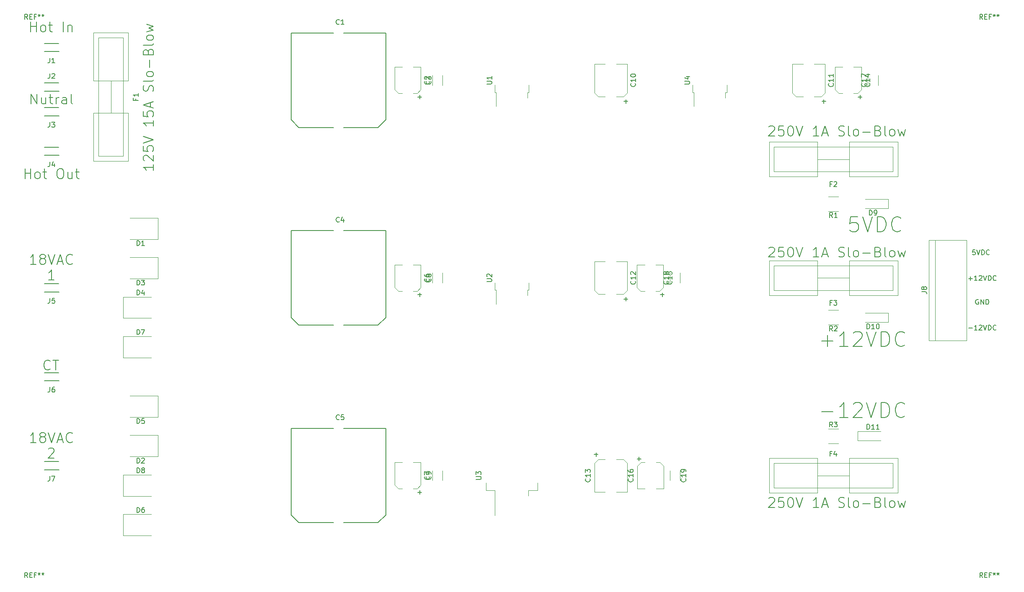
<source format=gbr>
G04 #@! TF.GenerationSoftware,KiCad,Pcbnew,(5.1.5)-3*
G04 #@! TF.CreationDate,2020-11-25T08:49:10-07:00*
G04 #@! TF.ProjectId,Power_Supply,506f7765-725f-4537-9570-706c792e6b69,rev?*
G04 #@! TF.SameCoordinates,Original*
G04 #@! TF.FileFunction,Legend,Top*
G04 #@! TF.FilePolarity,Positive*
%FSLAX46Y46*%
G04 Gerber Fmt 4.6, Leading zero omitted, Abs format (unit mm)*
G04 Created by KiCad (PCBNEW (5.1.5)-3) date 2020-11-25 08:49:10*
%MOMM*%
%LPD*%
G04 APERTURE LIST*
%ADD10C,0.150000*%
%ADD11C,0.120000*%
G04 APERTURE END LIST*
D10*
X1651666Y-39893761D02*
X1651666Y-37893761D01*
X1651666Y-38846142D02*
X2794523Y-38846142D01*
X2794523Y-39893761D02*
X2794523Y-37893761D01*
X4032619Y-39893761D02*
X3842142Y-39798523D01*
X3746904Y-39703285D01*
X3651666Y-39512809D01*
X3651666Y-38941380D01*
X3746904Y-38750904D01*
X3842142Y-38655666D01*
X4032619Y-38560428D01*
X4318333Y-38560428D01*
X4508809Y-38655666D01*
X4604047Y-38750904D01*
X4699285Y-38941380D01*
X4699285Y-39512809D01*
X4604047Y-39703285D01*
X4508809Y-39798523D01*
X4318333Y-39893761D01*
X4032619Y-39893761D01*
X5270714Y-38560428D02*
X6032619Y-38560428D01*
X5556428Y-37893761D02*
X5556428Y-39608047D01*
X5651666Y-39798523D01*
X5842142Y-39893761D01*
X6032619Y-39893761D01*
X8604047Y-37893761D02*
X8985000Y-37893761D01*
X9175476Y-37989000D01*
X9365952Y-38179476D01*
X9461190Y-38560428D01*
X9461190Y-39227095D01*
X9365952Y-39608047D01*
X9175476Y-39798523D01*
X8985000Y-39893761D01*
X8604047Y-39893761D01*
X8413571Y-39798523D01*
X8223095Y-39608047D01*
X8127857Y-39227095D01*
X8127857Y-38560428D01*
X8223095Y-38179476D01*
X8413571Y-37989000D01*
X8604047Y-37893761D01*
X11175476Y-38560428D02*
X11175476Y-39893761D01*
X10318333Y-38560428D02*
X10318333Y-39608047D01*
X10413571Y-39798523D01*
X10604047Y-39893761D01*
X10889761Y-39893761D01*
X11080238Y-39798523D01*
X11175476Y-39703285D01*
X11842142Y-38560428D02*
X12604047Y-38560428D01*
X12127857Y-37893761D02*
X12127857Y-39608047D01*
X12223095Y-39798523D01*
X12413571Y-39893761D01*
X12604047Y-39893761D01*
X2794523Y-10175761D02*
X2794523Y-8175761D01*
X2794523Y-9128142D02*
X3937380Y-9128142D01*
X3937380Y-10175761D02*
X3937380Y-8175761D01*
X5175476Y-10175761D02*
X4985000Y-10080523D01*
X4889761Y-9985285D01*
X4794523Y-9794809D01*
X4794523Y-9223380D01*
X4889761Y-9032904D01*
X4985000Y-8937666D01*
X5175476Y-8842428D01*
X5461190Y-8842428D01*
X5651666Y-8937666D01*
X5746904Y-9032904D01*
X5842142Y-9223380D01*
X5842142Y-9794809D01*
X5746904Y-9985285D01*
X5651666Y-10080523D01*
X5461190Y-10175761D01*
X5175476Y-10175761D01*
X6413571Y-8842428D02*
X7175476Y-8842428D01*
X6699285Y-8175761D02*
X6699285Y-9890047D01*
X6794523Y-10080523D01*
X6985000Y-10175761D01*
X7175476Y-10175761D01*
X9365952Y-10175761D02*
X9365952Y-8175761D01*
X10318333Y-8842428D02*
X10318333Y-10175761D01*
X10318333Y-9032904D02*
X10413571Y-8937666D01*
X10604047Y-8842428D01*
X10889761Y-8842428D01*
X11080238Y-8937666D01*
X11175476Y-9128142D01*
X11175476Y-10175761D01*
X6715142Y-78438285D02*
X6619904Y-78533523D01*
X6334190Y-78628761D01*
X6143714Y-78628761D01*
X5858000Y-78533523D01*
X5667523Y-78343047D01*
X5572285Y-78152571D01*
X5477047Y-77771619D01*
X5477047Y-77485904D01*
X5572285Y-77104952D01*
X5667523Y-76914476D01*
X5858000Y-76724000D01*
X6143714Y-76628761D01*
X6334190Y-76628761D01*
X6619904Y-76724000D01*
X6715142Y-76819238D01*
X7286571Y-76628761D02*
X8429428Y-76628761D01*
X7858000Y-78628761D02*
X7858000Y-76628761D01*
X3889761Y-93309761D02*
X2746904Y-93309761D01*
X3318333Y-93309761D02*
X3318333Y-91309761D01*
X3127857Y-91595476D01*
X2937380Y-91785952D01*
X2746904Y-91881190D01*
X5032619Y-92166904D02*
X4842142Y-92071666D01*
X4746904Y-91976428D01*
X4651666Y-91785952D01*
X4651666Y-91690714D01*
X4746904Y-91500238D01*
X4842142Y-91405000D01*
X5032619Y-91309761D01*
X5413571Y-91309761D01*
X5604047Y-91405000D01*
X5699285Y-91500238D01*
X5794523Y-91690714D01*
X5794523Y-91785952D01*
X5699285Y-91976428D01*
X5604047Y-92071666D01*
X5413571Y-92166904D01*
X5032619Y-92166904D01*
X4842142Y-92262142D01*
X4746904Y-92357380D01*
X4651666Y-92547857D01*
X4651666Y-92928809D01*
X4746904Y-93119285D01*
X4842142Y-93214523D01*
X5032619Y-93309761D01*
X5413571Y-93309761D01*
X5604047Y-93214523D01*
X5699285Y-93119285D01*
X5794523Y-92928809D01*
X5794523Y-92547857D01*
X5699285Y-92357380D01*
X5604047Y-92262142D01*
X5413571Y-92166904D01*
X6365952Y-91309761D02*
X7032619Y-93309761D01*
X7699285Y-91309761D01*
X8270714Y-92738333D02*
X9223095Y-92738333D01*
X8080238Y-93309761D02*
X8746904Y-91309761D01*
X9413571Y-93309761D01*
X11223095Y-93119285D02*
X11127857Y-93214523D01*
X10842142Y-93309761D01*
X10651666Y-93309761D01*
X10365952Y-93214523D01*
X10175476Y-93024047D01*
X10080238Y-92833571D01*
X9985000Y-92452619D01*
X9985000Y-92166904D01*
X10080238Y-91785952D01*
X10175476Y-91595476D01*
X10365952Y-91405000D01*
X10651666Y-91309761D01*
X10842142Y-91309761D01*
X11127857Y-91405000D01*
X11223095Y-91500238D01*
X6413571Y-94650238D02*
X6508809Y-94555000D01*
X6699285Y-94459761D01*
X7175476Y-94459761D01*
X7365952Y-94555000D01*
X7461190Y-94650238D01*
X7556428Y-94840714D01*
X7556428Y-95031190D01*
X7461190Y-95316904D01*
X6318333Y-96459761D01*
X7556428Y-96459761D01*
X3889761Y-57241761D02*
X2746904Y-57241761D01*
X3318333Y-57241761D02*
X3318333Y-55241761D01*
X3127857Y-55527476D01*
X2937380Y-55717952D01*
X2746904Y-55813190D01*
X5032619Y-56098904D02*
X4842142Y-56003666D01*
X4746904Y-55908428D01*
X4651666Y-55717952D01*
X4651666Y-55622714D01*
X4746904Y-55432238D01*
X4842142Y-55337000D01*
X5032619Y-55241761D01*
X5413571Y-55241761D01*
X5604047Y-55337000D01*
X5699285Y-55432238D01*
X5794523Y-55622714D01*
X5794523Y-55717952D01*
X5699285Y-55908428D01*
X5604047Y-56003666D01*
X5413571Y-56098904D01*
X5032619Y-56098904D01*
X4842142Y-56194142D01*
X4746904Y-56289380D01*
X4651666Y-56479857D01*
X4651666Y-56860809D01*
X4746904Y-57051285D01*
X4842142Y-57146523D01*
X5032619Y-57241761D01*
X5413571Y-57241761D01*
X5604047Y-57146523D01*
X5699285Y-57051285D01*
X5794523Y-56860809D01*
X5794523Y-56479857D01*
X5699285Y-56289380D01*
X5604047Y-56194142D01*
X5413571Y-56098904D01*
X6365952Y-55241761D02*
X7032619Y-57241761D01*
X7699285Y-55241761D01*
X8270714Y-56670333D02*
X9223095Y-56670333D01*
X8080238Y-57241761D02*
X8746904Y-55241761D01*
X9413571Y-57241761D01*
X11223095Y-57051285D02*
X11127857Y-57146523D01*
X10842142Y-57241761D01*
X10651666Y-57241761D01*
X10365952Y-57146523D01*
X10175476Y-56956047D01*
X10080238Y-56765571D01*
X9985000Y-56384619D01*
X9985000Y-56098904D01*
X10080238Y-55717952D01*
X10175476Y-55527476D01*
X10365952Y-55337000D01*
X10651666Y-55241761D01*
X10842142Y-55241761D01*
X11127857Y-55337000D01*
X11223095Y-55432238D01*
X7556428Y-60391761D02*
X6413571Y-60391761D01*
X6985000Y-60391761D02*
X6985000Y-58391761D01*
X6794523Y-58677476D01*
X6604047Y-58867952D01*
X6413571Y-58963190D01*
X27574761Y-37066428D02*
X27574761Y-38209285D01*
X27574761Y-37637857D02*
X25574761Y-37637857D01*
X25860476Y-37828333D01*
X26050952Y-38018809D01*
X26146190Y-38209285D01*
X25765238Y-36304523D02*
X25670000Y-36209285D01*
X25574761Y-36018809D01*
X25574761Y-35542619D01*
X25670000Y-35352142D01*
X25765238Y-35256904D01*
X25955714Y-35161666D01*
X26146190Y-35161666D01*
X26431904Y-35256904D01*
X27574761Y-36399761D01*
X27574761Y-35161666D01*
X25574761Y-33352142D02*
X25574761Y-34304523D01*
X26527142Y-34399761D01*
X26431904Y-34304523D01*
X26336666Y-34114047D01*
X26336666Y-33637857D01*
X26431904Y-33447380D01*
X26527142Y-33352142D01*
X26717619Y-33256904D01*
X27193809Y-33256904D01*
X27384285Y-33352142D01*
X27479523Y-33447380D01*
X27574761Y-33637857D01*
X27574761Y-34114047D01*
X27479523Y-34304523D01*
X27384285Y-34399761D01*
X25574761Y-32685476D02*
X27574761Y-32018809D01*
X25574761Y-31352142D01*
X27574761Y-28114047D02*
X27574761Y-29256904D01*
X27574761Y-28685476D02*
X25574761Y-28685476D01*
X25860476Y-28875952D01*
X26050952Y-29066428D01*
X26146190Y-29256904D01*
X25574761Y-26304523D02*
X25574761Y-27256904D01*
X26527142Y-27352142D01*
X26431904Y-27256904D01*
X26336666Y-27066428D01*
X26336666Y-26590238D01*
X26431904Y-26399761D01*
X26527142Y-26304523D01*
X26717619Y-26209285D01*
X27193809Y-26209285D01*
X27384285Y-26304523D01*
X27479523Y-26399761D01*
X27574761Y-26590238D01*
X27574761Y-27066428D01*
X27479523Y-27256904D01*
X27384285Y-27352142D01*
X27003333Y-25447380D02*
X27003333Y-24495000D01*
X27574761Y-25637857D02*
X25574761Y-24971190D01*
X27574761Y-24304523D01*
X27479523Y-22209285D02*
X27574761Y-21923571D01*
X27574761Y-21447380D01*
X27479523Y-21256904D01*
X27384285Y-21161666D01*
X27193809Y-21066428D01*
X27003333Y-21066428D01*
X26812857Y-21161666D01*
X26717619Y-21256904D01*
X26622380Y-21447380D01*
X26527142Y-21828333D01*
X26431904Y-22018809D01*
X26336666Y-22114047D01*
X26146190Y-22209285D01*
X25955714Y-22209285D01*
X25765238Y-22114047D01*
X25670000Y-22018809D01*
X25574761Y-21828333D01*
X25574761Y-21352142D01*
X25670000Y-21066428D01*
X27574761Y-19923571D02*
X27479523Y-20114047D01*
X27289047Y-20209285D01*
X25574761Y-20209285D01*
X27574761Y-18875952D02*
X27479523Y-19066428D01*
X27384285Y-19161666D01*
X27193809Y-19256904D01*
X26622380Y-19256904D01*
X26431904Y-19161666D01*
X26336666Y-19066428D01*
X26241428Y-18875952D01*
X26241428Y-18590238D01*
X26336666Y-18399761D01*
X26431904Y-18304523D01*
X26622380Y-18209285D01*
X27193809Y-18209285D01*
X27384285Y-18304523D01*
X27479523Y-18399761D01*
X27574761Y-18590238D01*
X27574761Y-18875952D01*
X26812857Y-17352142D02*
X26812857Y-15828333D01*
X26527142Y-14209285D02*
X26622380Y-13923571D01*
X26717619Y-13828333D01*
X26908095Y-13733095D01*
X27193809Y-13733095D01*
X27384285Y-13828333D01*
X27479523Y-13923571D01*
X27574761Y-14114047D01*
X27574761Y-14875952D01*
X25574761Y-14875952D01*
X25574761Y-14209285D01*
X25670000Y-14018809D01*
X25765238Y-13923571D01*
X25955714Y-13828333D01*
X26146190Y-13828333D01*
X26336666Y-13923571D01*
X26431904Y-14018809D01*
X26527142Y-14209285D01*
X26527142Y-14875952D01*
X27574761Y-12590238D02*
X27479523Y-12780714D01*
X27289047Y-12875952D01*
X25574761Y-12875952D01*
X27574761Y-11542619D02*
X27479523Y-11733095D01*
X27384285Y-11828333D01*
X27193809Y-11923571D01*
X26622380Y-11923571D01*
X26431904Y-11828333D01*
X26336666Y-11733095D01*
X26241428Y-11542619D01*
X26241428Y-11256904D01*
X26336666Y-11066428D01*
X26431904Y-10971190D01*
X26622380Y-10875952D01*
X27193809Y-10875952D01*
X27384285Y-10971190D01*
X27479523Y-11066428D01*
X27574761Y-11256904D01*
X27574761Y-11542619D01*
X26241428Y-10209285D02*
X27574761Y-9828333D01*
X26622380Y-9447380D01*
X27574761Y-9066428D01*
X26241428Y-8685476D01*
X2889761Y-24780761D02*
X2889761Y-22780761D01*
X4032619Y-24780761D01*
X4032619Y-22780761D01*
X5842142Y-23447428D02*
X5842142Y-24780761D01*
X4985000Y-23447428D02*
X4985000Y-24495047D01*
X5080238Y-24685523D01*
X5270714Y-24780761D01*
X5556428Y-24780761D01*
X5746904Y-24685523D01*
X5842142Y-24590285D01*
X6508809Y-23447428D02*
X7270714Y-23447428D01*
X6794523Y-22780761D02*
X6794523Y-24495047D01*
X6889761Y-24685523D01*
X7080238Y-24780761D01*
X7270714Y-24780761D01*
X7937380Y-24780761D02*
X7937380Y-23447428D01*
X7937380Y-23828380D02*
X8032619Y-23637904D01*
X8127857Y-23542666D01*
X8318333Y-23447428D01*
X8508809Y-23447428D01*
X10032619Y-24780761D02*
X10032619Y-23733142D01*
X9937380Y-23542666D01*
X9746904Y-23447428D01*
X9365952Y-23447428D01*
X9175476Y-23542666D01*
X10032619Y-24685523D02*
X9842142Y-24780761D01*
X9365952Y-24780761D01*
X9175476Y-24685523D01*
X9080238Y-24495047D01*
X9080238Y-24304571D01*
X9175476Y-24114095D01*
X9365952Y-24018857D01*
X9842142Y-24018857D01*
X10032619Y-23923619D01*
X11270714Y-24780761D02*
X11080238Y-24685523D01*
X10984999Y-24495047D01*
X10984999Y-22780761D01*
X194310095Y-64397000D02*
X194214857Y-64349380D01*
X194072000Y-64349380D01*
X193929142Y-64397000D01*
X193833904Y-64492238D01*
X193786285Y-64587476D01*
X193738666Y-64777952D01*
X193738666Y-64920809D01*
X193786285Y-65111285D01*
X193833904Y-65206523D01*
X193929142Y-65301761D01*
X194072000Y-65349380D01*
X194167238Y-65349380D01*
X194310095Y-65301761D01*
X194357714Y-65254142D01*
X194357714Y-64920809D01*
X194167238Y-64920809D01*
X194786285Y-65349380D02*
X194786285Y-64349380D01*
X195357714Y-65349380D01*
X195357714Y-64349380D01*
X195833904Y-65349380D02*
X195833904Y-64349380D01*
X196072000Y-64349380D01*
X196214857Y-64397000D01*
X196310095Y-64492238D01*
X196357714Y-64587476D01*
X196405333Y-64777952D01*
X196405333Y-64920809D01*
X196357714Y-65111285D01*
X196310095Y-65206523D01*
X196214857Y-65301761D01*
X196072000Y-65349380D01*
X195833904Y-65349380D01*
X192310095Y-70175428D02*
X193072000Y-70175428D01*
X194072000Y-70556380D02*
X193500571Y-70556380D01*
X193786285Y-70556380D02*
X193786285Y-69556380D01*
X193691047Y-69699238D01*
X193595809Y-69794476D01*
X193500571Y-69842095D01*
X194452952Y-69651619D02*
X194500571Y-69604000D01*
X194595809Y-69556380D01*
X194833904Y-69556380D01*
X194929142Y-69604000D01*
X194976761Y-69651619D01*
X195024380Y-69746857D01*
X195024380Y-69842095D01*
X194976761Y-69984952D01*
X194405333Y-70556380D01*
X195024380Y-70556380D01*
X195310095Y-69556380D02*
X195643428Y-70556380D01*
X195976761Y-69556380D01*
X196310095Y-70556380D02*
X196310095Y-69556380D01*
X196548190Y-69556380D01*
X196691047Y-69604000D01*
X196786285Y-69699238D01*
X196833904Y-69794476D01*
X196881523Y-69984952D01*
X196881523Y-70127809D01*
X196833904Y-70318285D01*
X196786285Y-70413523D01*
X196691047Y-70508761D01*
X196548190Y-70556380D01*
X196310095Y-70556380D01*
X197881523Y-70461142D02*
X197833904Y-70508761D01*
X197691047Y-70556380D01*
X197595809Y-70556380D01*
X197452952Y-70508761D01*
X197357714Y-70413523D01*
X197310095Y-70318285D01*
X197262476Y-70127809D01*
X197262476Y-69984952D01*
X197310095Y-69794476D01*
X197357714Y-69699238D01*
X197452952Y-69604000D01*
X197595809Y-69556380D01*
X197691047Y-69556380D01*
X197833904Y-69604000D01*
X197881523Y-69651619D01*
X192310095Y-60142428D02*
X193072000Y-60142428D01*
X192691047Y-60523380D02*
X192691047Y-59761476D01*
X194072000Y-60523380D02*
X193500571Y-60523380D01*
X193786285Y-60523380D02*
X193786285Y-59523380D01*
X193691047Y-59666238D01*
X193595809Y-59761476D01*
X193500571Y-59809095D01*
X194452952Y-59618619D02*
X194500571Y-59571000D01*
X194595809Y-59523380D01*
X194833904Y-59523380D01*
X194929142Y-59571000D01*
X194976761Y-59618619D01*
X195024380Y-59713857D01*
X195024380Y-59809095D01*
X194976761Y-59951952D01*
X194405333Y-60523380D01*
X195024380Y-60523380D01*
X195310095Y-59523380D02*
X195643428Y-60523380D01*
X195976761Y-59523380D01*
X196310095Y-60523380D02*
X196310095Y-59523380D01*
X196548190Y-59523380D01*
X196691047Y-59571000D01*
X196786285Y-59666238D01*
X196833904Y-59761476D01*
X196881523Y-59951952D01*
X196881523Y-60094809D01*
X196833904Y-60285285D01*
X196786285Y-60380523D01*
X196691047Y-60475761D01*
X196548190Y-60523380D01*
X196310095Y-60523380D01*
X197881523Y-60428142D02*
X197833904Y-60475761D01*
X197691047Y-60523380D01*
X197595809Y-60523380D01*
X197452952Y-60475761D01*
X197357714Y-60380523D01*
X197310095Y-60285285D01*
X197262476Y-60094809D01*
X197262476Y-59951952D01*
X197310095Y-59761476D01*
X197357714Y-59666238D01*
X197452952Y-59571000D01*
X197595809Y-59523380D01*
X197691047Y-59523380D01*
X197833904Y-59571000D01*
X197881523Y-59618619D01*
X193627523Y-54316380D02*
X193151333Y-54316380D01*
X193103714Y-54792571D01*
X193151333Y-54744952D01*
X193246571Y-54697333D01*
X193484666Y-54697333D01*
X193579904Y-54744952D01*
X193627523Y-54792571D01*
X193675142Y-54887809D01*
X193675142Y-55125904D01*
X193627523Y-55221142D01*
X193579904Y-55268761D01*
X193484666Y-55316380D01*
X193246571Y-55316380D01*
X193151333Y-55268761D01*
X193103714Y-55221142D01*
X193960857Y-54316380D02*
X194294190Y-55316380D01*
X194627523Y-54316380D01*
X194960857Y-55316380D02*
X194960857Y-54316380D01*
X195198952Y-54316380D01*
X195341809Y-54364000D01*
X195437047Y-54459238D01*
X195484666Y-54554476D01*
X195532285Y-54744952D01*
X195532285Y-54887809D01*
X195484666Y-55078285D01*
X195437047Y-55173523D01*
X195341809Y-55268761D01*
X195198952Y-55316380D01*
X194960857Y-55316380D01*
X196532285Y-55221142D02*
X196484666Y-55268761D01*
X196341809Y-55316380D01*
X196246571Y-55316380D01*
X196103714Y-55268761D01*
X196008476Y-55173523D01*
X195960857Y-55078285D01*
X195913238Y-54887809D01*
X195913238Y-54744952D01*
X195960857Y-54554476D01*
X196008476Y-54459238D01*
X196103714Y-54364000D01*
X196246571Y-54316380D01*
X196341809Y-54316380D01*
X196484666Y-54364000D01*
X196532285Y-54411619D01*
X162656285Y-87082285D02*
X164942000Y-87082285D01*
X167942000Y-88225142D02*
X166227714Y-88225142D01*
X167084857Y-88225142D02*
X167084857Y-85225142D01*
X166799142Y-85653714D01*
X166513428Y-85939428D01*
X166227714Y-86082285D01*
X169084857Y-85510857D02*
X169227714Y-85368000D01*
X169513428Y-85225142D01*
X170227714Y-85225142D01*
X170513428Y-85368000D01*
X170656285Y-85510857D01*
X170799142Y-85796571D01*
X170799142Y-86082285D01*
X170656285Y-86510857D01*
X168942000Y-88225142D01*
X170799142Y-88225142D01*
X171656285Y-85225142D02*
X172656285Y-88225142D01*
X173656285Y-85225142D01*
X174656285Y-88225142D02*
X174656285Y-85225142D01*
X175370571Y-85225142D01*
X175799142Y-85368000D01*
X176084857Y-85653714D01*
X176227714Y-85939428D01*
X176370571Y-86510857D01*
X176370571Y-86939428D01*
X176227714Y-87510857D01*
X176084857Y-87796571D01*
X175799142Y-88082285D01*
X175370571Y-88225142D01*
X174656285Y-88225142D01*
X179370571Y-87939428D02*
X179227714Y-88082285D01*
X178799142Y-88225142D01*
X178513428Y-88225142D01*
X178084857Y-88082285D01*
X177799142Y-87796571D01*
X177656285Y-87510857D01*
X177513428Y-86939428D01*
X177513428Y-86510857D01*
X177656285Y-85939428D01*
X177799142Y-85653714D01*
X178084857Y-85368000D01*
X178513428Y-85225142D01*
X178799142Y-85225142D01*
X179227714Y-85368000D01*
X179370571Y-85510857D01*
X162656285Y-72731285D02*
X164942000Y-72731285D01*
X163799142Y-73874142D02*
X163799142Y-71588428D01*
X167942000Y-73874142D02*
X166227714Y-73874142D01*
X167084857Y-73874142D02*
X167084857Y-70874142D01*
X166799142Y-71302714D01*
X166513428Y-71588428D01*
X166227714Y-71731285D01*
X169084857Y-71159857D02*
X169227714Y-71017000D01*
X169513428Y-70874142D01*
X170227714Y-70874142D01*
X170513428Y-71017000D01*
X170656285Y-71159857D01*
X170799142Y-71445571D01*
X170799142Y-71731285D01*
X170656285Y-72159857D01*
X168942000Y-73874142D01*
X170799142Y-73874142D01*
X171656285Y-70874142D02*
X172656285Y-73874142D01*
X173656285Y-70874142D01*
X174656285Y-73874142D02*
X174656285Y-70874142D01*
X175370571Y-70874142D01*
X175799142Y-71017000D01*
X176084857Y-71302714D01*
X176227714Y-71588428D01*
X176370571Y-72159857D01*
X176370571Y-72588428D01*
X176227714Y-73159857D01*
X176084857Y-73445571D01*
X175799142Y-73731285D01*
X175370571Y-73874142D01*
X174656285Y-73874142D01*
X179370571Y-73588428D02*
X179227714Y-73731285D01*
X178799142Y-73874142D01*
X178513428Y-73874142D01*
X178084857Y-73731285D01*
X177799142Y-73445571D01*
X177656285Y-73159857D01*
X177513428Y-72588428D01*
X177513428Y-72159857D01*
X177656285Y-71588428D01*
X177799142Y-71302714D01*
X178084857Y-71017000D01*
X178513428Y-70874142D01*
X178799142Y-70874142D01*
X179227714Y-71017000D01*
X179370571Y-71159857D01*
X169910571Y-47633142D02*
X168482000Y-47633142D01*
X168339142Y-49061714D01*
X168482000Y-48918857D01*
X168767714Y-48776000D01*
X169482000Y-48776000D01*
X169767714Y-48918857D01*
X169910571Y-49061714D01*
X170053428Y-49347428D01*
X170053428Y-50061714D01*
X169910571Y-50347428D01*
X169767714Y-50490285D01*
X169482000Y-50633142D01*
X168767714Y-50633142D01*
X168482000Y-50490285D01*
X168339142Y-50347428D01*
X170910571Y-47633142D02*
X171910571Y-50633142D01*
X172910571Y-47633142D01*
X173910571Y-50633142D02*
X173910571Y-47633142D01*
X174624857Y-47633142D01*
X175053428Y-47776000D01*
X175339142Y-48061714D01*
X175482000Y-48347428D01*
X175624857Y-48918857D01*
X175624857Y-49347428D01*
X175482000Y-49918857D01*
X175339142Y-50204571D01*
X175053428Y-50490285D01*
X174624857Y-50633142D01*
X173910571Y-50633142D01*
X178624857Y-50347428D02*
X178482000Y-50490285D01*
X178053428Y-50633142D01*
X177767714Y-50633142D01*
X177339142Y-50490285D01*
X177053428Y-50204571D01*
X176910571Y-49918857D01*
X176767714Y-49347428D01*
X176767714Y-48918857D01*
X176910571Y-48347428D01*
X177053428Y-48061714D01*
X177339142Y-47776000D01*
X177767714Y-47633142D01*
X178053428Y-47633142D01*
X178482000Y-47776000D01*
X178624857Y-47918857D01*
X151973095Y-104632238D02*
X152068333Y-104537000D01*
X152258809Y-104441761D01*
X152735000Y-104441761D01*
X152925476Y-104537000D01*
X153020714Y-104632238D01*
X153115952Y-104822714D01*
X153115952Y-105013190D01*
X153020714Y-105298904D01*
X151877857Y-106441761D01*
X153115952Y-106441761D01*
X154925476Y-104441761D02*
X153973095Y-104441761D01*
X153877857Y-105394142D01*
X153973095Y-105298904D01*
X154163571Y-105203666D01*
X154639761Y-105203666D01*
X154830238Y-105298904D01*
X154925476Y-105394142D01*
X155020714Y-105584619D01*
X155020714Y-106060809D01*
X154925476Y-106251285D01*
X154830238Y-106346523D01*
X154639761Y-106441761D01*
X154163571Y-106441761D01*
X153973095Y-106346523D01*
X153877857Y-106251285D01*
X156258809Y-104441761D02*
X156449285Y-104441761D01*
X156639761Y-104537000D01*
X156735000Y-104632238D01*
X156830238Y-104822714D01*
X156925476Y-105203666D01*
X156925476Y-105679857D01*
X156830238Y-106060809D01*
X156735000Y-106251285D01*
X156639761Y-106346523D01*
X156449285Y-106441761D01*
X156258809Y-106441761D01*
X156068333Y-106346523D01*
X155973095Y-106251285D01*
X155877857Y-106060809D01*
X155782619Y-105679857D01*
X155782619Y-105203666D01*
X155877857Y-104822714D01*
X155973095Y-104632238D01*
X156068333Y-104537000D01*
X156258809Y-104441761D01*
X157496904Y-104441761D02*
X158163571Y-106441761D01*
X158830238Y-104441761D01*
X162068333Y-106441761D02*
X160925476Y-106441761D01*
X161496904Y-106441761D02*
X161496904Y-104441761D01*
X161306428Y-104727476D01*
X161115952Y-104917952D01*
X160925476Y-105013190D01*
X162830238Y-105870333D02*
X163782619Y-105870333D01*
X162639761Y-106441761D02*
X163306428Y-104441761D01*
X163973095Y-106441761D01*
X166068333Y-106346523D02*
X166354047Y-106441761D01*
X166830238Y-106441761D01*
X167020714Y-106346523D01*
X167115952Y-106251285D01*
X167211190Y-106060809D01*
X167211190Y-105870333D01*
X167115952Y-105679857D01*
X167020714Y-105584619D01*
X166830238Y-105489380D01*
X166449285Y-105394142D01*
X166258809Y-105298904D01*
X166163571Y-105203666D01*
X166068333Y-105013190D01*
X166068333Y-104822714D01*
X166163571Y-104632238D01*
X166258809Y-104537000D01*
X166449285Y-104441761D01*
X166925476Y-104441761D01*
X167211190Y-104537000D01*
X168354047Y-106441761D02*
X168163571Y-106346523D01*
X168068333Y-106156047D01*
X168068333Y-104441761D01*
X169401666Y-106441761D02*
X169211190Y-106346523D01*
X169115952Y-106251285D01*
X169020714Y-106060809D01*
X169020714Y-105489380D01*
X169115952Y-105298904D01*
X169211190Y-105203666D01*
X169401666Y-105108428D01*
X169687380Y-105108428D01*
X169877857Y-105203666D01*
X169973095Y-105298904D01*
X170068333Y-105489380D01*
X170068333Y-106060809D01*
X169973095Y-106251285D01*
X169877857Y-106346523D01*
X169687380Y-106441761D01*
X169401666Y-106441761D01*
X170925476Y-105679857D02*
X172449285Y-105679857D01*
X174068333Y-105394142D02*
X174354047Y-105489380D01*
X174449285Y-105584619D01*
X174544523Y-105775095D01*
X174544523Y-106060809D01*
X174449285Y-106251285D01*
X174354047Y-106346523D01*
X174163571Y-106441761D01*
X173401666Y-106441761D01*
X173401666Y-104441761D01*
X174068333Y-104441761D01*
X174258809Y-104537000D01*
X174354047Y-104632238D01*
X174449285Y-104822714D01*
X174449285Y-105013190D01*
X174354047Y-105203666D01*
X174258809Y-105298904D01*
X174068333Y-105394142D01*
X173401666Y-105394142D01*
X175687380Y-106441761D02*
X175496904Y-106346523D01*
X175401666Y-106156047D01*
X175401666Y-104441761D01*
X176735000Y-106441761D02*
X176544523Y-106346523D01*
X176449285Y-106251285D01*
X176354047Y-106060809D01*
X176354047Y-105489380D01*
X176449285Y-105298904D01*
X176544523Y-105203666D01*
X176735000Y-105108428D01*
X177020714Y-105108428D01*
X177211190Y-105203666D01*
X177306428Y-105298904D01*
X177401666Y-105489380D01*
X177401666Y-106060809D01*
X177306428Y-106251285D01*
X177211190Y-106346523D01*
X177020714Y-106441761D01*
X176735000Y-106441761D01*
X178068333Y-105108428D02*
X178449285Y-106441761D01*
X178830238Y-105489380D01*
X179211190Y-106441761D01*
X179592142Y-105108428D01*
X151973095Y-53959238D02*
X152068333Y-53864000D01*
X152258809Y-53768761D01*
X152735000Y-53768761D01*
X152925476Y-53864000D01*
X153020714Y-53959238D01*
X153115952Y-54149714D01*
X153115952Y-54340190D01*
X153020714Y-54625904D01*
X151877857Y-55768761D01*
X153115952Y-55768761D01*
X154925476Y-53768761D02*
X153973095Y-53768761D01*
X153877857Y-54721142D01*
X153973095Y-54625904D01*
X154163571Y-54530666D01*
X154639761Y-54530666D01*
X154830238Y-54625904D01*
X154925476Y-54721142D01*
X155020714Y-54911619D01*
X155020714Y-55387809D01*
X154925476Y-55578285D01*
X154830238Y-55673523D01*
X154639761Y-55768761D01*
X154163571Y-55768761D01*
X153973095Y-55673523D01*
X153877857Y-55578285D01*
X156258809Y-53768761D02*
X156449285Y-53768761D01*
X156639761Y-53864000D01*
X156735000Y-53959238D01*
X156830238Y-54149714D01*
X156925476Y-54530666D01*
X156925476Y-55006857D01*
X156830238Y-55387809D01*
X156735000Y-55578285D01*
X156639761Y-55673523D01*
X156449285Y-55768761D01*
X156258809Y-55768761D01*
X156068333Y-55673523D01*
X155973095Y-55578285D01*
X155877857Y-55387809D01*
X155782619Y-55006857D01*
X155782619Y-54530666D01*
X155877857Y-54149714D01*
X155973095Y-53959238D01*
X156068333Y-53864000D01*
X156258809Y-53768761D01*
X157496904Y-53768761D02*
X158163571Y-55768761D01*
X158830238Y-53768761D01*
X162068333Y-55768761D02*
X160925476Y-55768761D01*
X161496904Y-55768761D02*
X161496904Y-53768761D01*
X161306428Y-54054476D01*
X161115952Y-54244952D01*
X160925476Y-54340190D01*
X162830238Y-55197333D02*
X163782619Y-55197333D01*
X162639761Y-55768761D02*
X163306428Y-53768761D01*
X163973095Y-55768761D01*
X166068333Y-55673523D02*
X166354047Y-55768761D01*
X166830238Y-55768761D01*
X167020714Y-55673523D01*
X167115952Y-55578285D01*
X167211190Y-55387809D01*
X167211190Y-55197333D01*
X167115952Y-55006857D01*
X167020714Y-54911619D01*
X166830238Y-54816380D01*
X166449285Y-54721142D01*
X166258809Y-54625904D01*
X166163571Y-54530666D01*
X166068333Y-54340190D01*
X166068333Y-54149714D01*
X166163571Y-53959238D01*
X166258809Y-53864000D01*
X166449285Y-53768761D01*
X166925476Y-53768761D01*
X167211190Y-53864000D01*
X168354047Y-55768761D02*
X168163571Y-55673523D01*
X168068333Y-55483047D01*
X168068333Y-53768761D01*
X169401666Y-55768761D02*
X169211190Y-55673523D01*
X169115952Y-55578285D01*
X169020714Y-55387809D01*
X169020714Y-54816380D01*
X169115952Y-54625904D01*
X169211190Y-54530666D01*
X169401666Y-54435428D01*
X169687380Y-54435428D01*
X169877857Y-54530666D01*
X169973095Y-54625904D01*
X170068333Y-54816380D01*
X170068333Y-55387809D01*
X169973095Y-55578285D01*
X169877857Y-55673523D01*
X169687380Y-55768761D01*
X169401666Y-55768761D01*
X170925476Y-55006857D02*
X172449285Y-55006857D01*
X174068333Y-54721142D02*
X174354047Y-54816380D01*
X174449285Y-54911619D01*
X174544523Y-55102095D01*
X174544523Y-55387809D01*
X174449285Y-55578285D01*
X174354047Y-55673523D01*
X174163571Y-55768761D01*
X173401666Y-55768761D01*
X173401666Y-53768761D01*
X174068333Y-53768761D01*
X174258809Y-53864000D01*
X174354047Y-53959238D01*
X174449285Y-54149714D01*
X174449285Y-54340190D01*
X174354047Y-54530666D01*
X174258809Y-54625904D01*
X174068333Y-54721142D01*
X173401666Y-54721142D01*
X175687380Y-55768761D02*
X175496904Y-55673523D01*
X175401666Y-55483047D01*
X175401666Y-53768761D01*
X176735000Y-55768761D02*
X176544523Y-55673523D01*
X176449285Y-55578285D01*
X176354047Y-55387809D01*
X176354047Y-54816380D01*
X176449285Y-54625904D01*
X176544523Y-54530666D01*
X176735000Y-54435428D01*
X177020714Y-54435428D01*
X177211190Y-54530666D01*
X177306428Y-54625904D01*
X177401666Y-54816380D01*
X177401666Y-55387809D01*
X177306428Y-55578285D01*
X177211190Y-55673523D01*
X177020714Y-55768761D01*
X176735000Y-55768761D01*
X178068333Y-54435428D02*
X178449285Y-55768761D01*
X178830238Y-54816380D01*
X179211190Y-55768761D01*
X179592142Y-54435428D01*
X151973095Y-29448238D02*
X152068333Y-29353000D01*
X152258809Y-29257761D01*
X152735000Y-29257761D01*
X152925476Y-29353000D01*
X153020714Y-29448238D01*
X153115952Y-29638714D01*
X153115952Y-29829190D01*
X153020714Y-30114904D01*
X151877857Y-31257761D01*
X153115952Y-31257761D01*
X154925476Y-29257761D02*
X153973095Y-29257761D01*
X153877857Y-30210142D01*
X153973095Y-30114904D01*
X154163571Y-30019666D01*
X154639761Y-30019666D01*
X154830238Y-30114904D01*
X154925476Y-30210142D01*
X155020714Y-30400619D01*
X155020714Y-30876809D01*
X154925476Y-31067285D01*
X154830238Y-31162523D01*
X154639761Y-31257761D01*
X154163571Y-31257761D01*
X153973095Y-31162523D01*
X153877857Y-31067285D01*
X156258809Y-29257761D02*
X156449285Y-29257761D01*
X156639761Y-29353000D01*
X156735000Y-29448238D01*
X156830238Y-29638714D01*
X156925476Y-30019666D01*
X156925476Y-30495857D01*
X156830238Y-30876809D01*
X156735000Y-31067285D01*
X156639761Y-31162523D01*
X156449285Y-31257761D01*
X156258809Y-31257761D01*
X156068333Y-31162523D01*
X155973095Y-31067285D01*
X155877857Y-30876809D01*
X155782619Y-30495857D01*
X155782619Y-30019666D01*
X155877857Y-29638714D01*
X155973095Y-29448238D01*
X156068333Y-29353000D01*
X156258809Y-29257761D01*
X157496904Y-29257761D02*
X158163571Y-31257761D01*
X158830238Y-29257761D01*
X162068333Y-31257761D02*
X160925476Y-31257761D01*
X161496904Y-31257761D02*
X161496904Y-29257761D01*
X161306428Y-29543476D01*
X161115952Y-29733952D01*
X160925476Y-29829190D01*
X162830238Y-30686333D02*
X163782619Y-30686333D01*
X162639761Y-31257761D02*
X163306428Y-29257761D01*
X163973095Y-31257761D01*
X166068333Y-31162523D02*
X166354047Y-31257761D01*
X166830238Y-31257761D01*
X167020714Y-31162523D01*
X167115952Y-31067285D01*
X167211190Y-30876809D01*
X167211190Y-30686333D01*
X167115952Y-30495857D01*
X167020714Y-30400619D01*
X166830238Y-30305380D01*
X166449285Y-30210142D01*
X166258809Y-30114904D01*
X166163571Y-30019666D01*
X166068333Y-29829190D01*
X166068333Y-29638714D01*
X166163571Y-29448238D01*
X166258809Y-29353000D01*
X166449285Y-29257761D01*
X166925476Y-29257761D01*
X167211190Y-29353000D01*
X168354047Y-31257761D02*
X168163571Y-31162523D01*
X168068333Y-30972047D01*
X168068333Y-29257761D01*
X169401666Y-31257761D02*
X169211190Y-31162523D01*
X169115952Y-31067285D01*
X169020714Y-30876809D01*
X169020714Y-30305380D01*
X169115952Y-30114904D01*
X169211190Y-30019666D01*
X169401666Y-29924428D01*
X169687380Y-29924428D01*
X169877857Y-30019666D01*
X169973095Y-30114904D01*
X170068333Y-30305380D01*
X170068333Y-30876809D01*
X169973095Y-31067285D01*
X169877857Y-31162523D01*
X169687380Y-31257761D01*
X169401666Y-31257761D01*
X170925476Y-30495857D02*
X172449285Y-30495857D01*
X174068333Y-30210142D02*
X174354047Y-30305380D01*
X174449285Y-30400619D01*
X174544523Y-30591095D01*
X174544523Y-30876809D01*
X174449285Y-31067285D01*
X174354047Y-31162523D01*
X174163571Y-31257761D01*
X173401666Y-31257761D01*
X173401666Y-29257761D01*
X174068333Y-29257761D01*
X174258809Y-29353000D01*
X174354047Y-29448238D01*
X174449285Y-29638714D01*
X174449285Y-29829190D01*
X174354047Y-30019666D01*
X174258809Y-30114904D01*
X174068333Y-30210142D01*
X173401666Y-30210142D01*
X175687380Y-31257761D02*
X175496904Y-31162523D01*
X175401666Y-30972047D01*
X175401666Y-29257761D01*
X176735000Y-31257761D02*
X176544523Y-31162523D01*
X176449285Y-31067285D01*
X176354047Y-30876809D01*
X176354047Y-30305380D01*
X176449285Y-30114904D01*
X176544523Y-30019666D01*
X176735000Y-29924428D01*
X177020714Y-29924428D01*
X177211190Y-30019666D01*
X177306428Y-30114904D01*
X177401666Y-30305380D01*
X177401666Y-30876809D01*
X177306428Y-31067285D01*
X177211190Y-31162523D01*
X177020714Y-31257761D01*
X176735000Y-31257761D01*
X178068333Y-29924428D02*
X178449285Y-31257761D01*
X178830238Y-30305380D01*
X179211190Y-31257761D01*
X179592142Y-29924428D01*
D11*
X22500000Y-20128200D02*
X15500000Y-20128200D01*
X15500000Y-20128200D02*
X15500000Y-10378200D01*
X22500000Y-10378200D02*
X15500000Y-10378200D01*
X22500000Y-20128200D02*
X22500000Y-10378200D01*
X21500000Y-11378200D02*
X16500000Y-11378200D01*
X15500000Y-36378200D02*
X15500000Y-35378200D01*
X22500000Y-36378200D02*
X15500000Y-36378200D01*
X22500000Y-36378200D02*
X22500000Y-35378200D01*
X21500000Y-35378200D02*
X16500000Y-35378200D01*
X21500000Y-35378200D02*
X21500000Y-24628200D01*
X16500000Y-35378200D02*
X16500000Y-24878200D01*
X21500000Y-24628200D02*
X21500000Y-12878200D01*
X16500000Y-24878200D02*
X16500000Y-12628200D01*
X21500000Y-12878200D02*
X21500000Y-11378200D01*
X16500000Y-12628200D02*
X16500000Y-11378200D01*
X22500000Y-35378200D02*
X22500000Y-26628200D01*
X15500000Y-35378200D02*
X15500000Y-26628200D01*
X22500000Y-26628200D02*
X15500000Y-26628200D01*
X19000000Y-26628200D02*
X19000000Y-20128200D01*
D10*
X5540000Y-79175000D02*
X8460000Y-79175000D01*
X5540000Y-80825000D02*
X8490000Y-80825000D01*
X64000000Y-10450000D02*
X55450000Y-10450000D01*
X55450000Y-10450000D02*
X55450000Y-28000000D01*
X64000000Y-29550000D02*
X57000000Y-29550000D01*
X57000000Y-29550000D02*
X55450000Y-28000000D01*
X74550000Y-10450000D02*
X74550000Y-28000000D01*
X66000000Y-10450000D02*
X74550000Y-10450000D01*
X74550000Y-28000000D02*
X73000000Y-29550000D01*
X66000000Y-29550000D02*
X73000000Y-29550000D01*
D11*
X81640000Y-21910000D02*
X81640000Y-17330000D01*
X80880000Y-22670000D02*
X81640000Y-21910000D01*
X76310000Y-21910000D02*
X77070000Y-22670000D01*
X76310000Y-17330000D02*
X76310000Y-21910000D01*
X77070000Y-22670000D02*
X77860000Y-22670000D01*
X80880000Y-22670000D02*
X80090000Y-22670000D01*
X81640000Y-17330000D02*
X80090000Y-17330000D01*
X76310000Y-17330000D02*
X77860000Y-17330000D01*
X86020000Y-21000000D02*
X86020000Y-19000000D01*
X83980000Y-19000000D02*
X83980000Y-21000000D01*
D10*
X66000000Y-69550000D02*
X73000000Y-69550000D01*
X74550000Y-68000000D02*
X73000000Y-69550000D01*
X66000000Y-50450000D02*
X74550000Y-50450000D01*
X74550000Y-50450000D02*
X74550000Y-68000000D01*
X57000000Y-69550000D02*
X55450000Y-68000000D01*
X64000000Y-69550000D02*
X57000000Y-69550000D01*
X55450000Y-50450000D02*
X55450000Y-68000000D01*
X64000000Y-50450000D02*
X55450000Y-50450000D01*
X64000000Y-90450000D02*
X55450000Y-90450000D01*
X55450000Y-90450000D02*
X55450000Y-108000000D01*
X64000000Y-109550000D02*
X57000000Y-109550000D01*
X57000000Y-109550000D02*
X55450000Y-108000000D01*
X74550000Y-90450000D02*
X74550000Y-108000000D01*
X66000000Y-90450000D02*
X74550000Y-90450000D01*
X74550000Y-108000000D02*
X73000000Y-109550000D01*
X66000000Y-109550000D02*
X73000000Y-109550000D01*
D11*
X76310000Y-57330000D02*
X77860000Y-57330000D01*
X81640000Y-57330000D02*
X80090000Y-57330000D01*
X80880000Y-62670000D02*
X80090000Y-62670000D01*
X77070000Y-62670000D02*
X77860000Y-62670000D01*
X76310000Y-57330000D02*
X76310000Y-61910000D01*
X76310000Y-61910000D02*
X77070000Y-62670000D01*
X80880000Y-62670000D02*
X81640000Y-61910000D01*
X81640000Y-61910000D02*
X81640000Y-57330000D01*
X81640000Y-101910000D02*
X81640000Y-97330000D01*
X80880000Y-102670000D02*
X81640000Y-101910000D01*
X76310000Y-101910000D02*
X77070000Y-102670000D01*
X76310000Y-97330000D02*
X76310000Y-101910000D01*
X77070000Y-102670000D02*
X77860000Y-102670000D01*
X80880000Y-102670000D02*
X80090000Y-102670000D01*
X81640000Y-97330000D02*
X80090000Y-97330000D01*
X76310000Y-97330000D02*
X77860000Y-97330000D01*
X83980000Y-59000000D02*
X83980000Y-61000000D01*
X86020000Y-61000000D02*
X86020000Y-59000000D01*
X86020000Y-101000000D02*
X86020000Y-99000000D01*
X83980000Y-99000000D02*
X83980000Y-101000000D01*
X116700000Y-16700000D02*
X118880000Y-16700000D01*
X123300000Y-16700000D02*
X121120000Y-16700000D01*
X122540000Y-23300000D02*
X121120000Y-23300000D01*
X117460000Y-23300000D02*
X118880000Y-23300000D01*
X123300000Y-16700000D02*
X123300000Y-22540000D01*
X123300000Y-22540000D02*
X122540000Y-23300000D01*
X117460000Y-23300000D02*
X116700000Y-22540000D01*
X116700000Y-22540000D02*
X116700000Y-16700000D01*
X156700000Y-22540000D02*
X156700000Y-16700000D01*
X157460000Y-23300000D02*
X156700000Y-22540000D01*
X163300000Y-22540000D02*
X162540000Y-23300000D01*
X163300000Y-16700000D02*
X163300000Y-22540000D01*
X157460000Y-23300000D02*
X158880000Y-23300000D01*
X162540000Y-23300000D02*
X161120000Y-23300000D01*
X163300000Y-16700000D02*
X161120000Y-16700000D01*
X156700000Y-16700000D02*
X158880000Y-16700000D01*
X116700000Y-62540000D02*
X116700000Y-56700000D01*
X117460000Y-63300000D02*
X116700000Y-62540000D01*
X123300000Y-62540000D02*
X122540000Y-63300000D01*
X123300000Y-56700000D02*
X123300000Y-62540000D01*
X117460000Y-63300000D02*
X118880000Y-63300000D01*
X122540000Y-63300000D02*
X121120000Y-63300000D01*
X123300000Y-56700000D02*
X121120000Y-56700000D01*
X116700000Y-56700000D02*
X118880000Y-56700000D01*
X123300000Y-103300000D02*
X121120000Y-103300000D01*
X116700000Y-103300000D02*
X118880000Y-103300000D01*
X117460000Y-96700000D02*
X118880000Y-96700000D01*
X122540000Y-96700000D02*
X121120000Y-96700000D01*
X116700000Y-103300000D02*
X116700000Y-97460000D01*
X116700000Y-97460000D02*
X117460000Y-96700000D01*
X122540000Y-96700000D02*
X123300000Y-97460000D01*
X123300000Y-97460000D02*
X123300000Y-103300000D01*
X165310000Y-17330000D02*
X166860000Y-17330000D01*
X170640000Y-17330000D02*
X169090000Y-17330000D01*
X169880000Y-22670000D02*
X169090000Y-22670000D01*
X166070000Y-22670000D02*
X166860000Y-22670000D01*
X165310000Y-17330000D02*
X165310000Y-21910000D01*
X165310000Y-21910000D02*
X166070000Y-22670000D01*
X169880000Y-22670000D02*
X170640000Y-21910000D01*
X170640000Y-21910000D02*
X170640000Y-17330000D01*
X130640000Y-61910000D02*
X130640000Y-57330000D01*
X129880000Y-62670000D02*
X130640000Y-61910000D01*
X125310000Y-61910000D02*
X126070000Y-62670000D01*
X125310000Y-57330000D02*
X125310000Y-61910000D01*
X126070000Y-62670000D02*
X126860000Y-62670000D01*
X129880000Y-62670000D02*
X129090000Y-62670000D01*
X130640000Y-57330000D02*
X129090000Y-57330000D01*
X125310000Y-57330000D02*
X126860000Y-57330000D01*
X130690000Y-102670000D02*
X129140000Y-102670000D01*
X125360000Y-102670000D02*
X126910000Y-102670000D01*
X126120000Y-97330000D02*
X126910000Y-97330000D01*
X129930000Y-97330000D02*
X129140000Y-97330000D01*
X130690000Y-102670000D02*
X130690000Y-98090000D01*
X130690000Y-98090000D02*
X129930000Y-97330000D01*
X126120000Y-97330000D02*
X125360000Y-98090000D01*
X125360000Y-98090000D02*
X125360000Y-102670000D01*
X171980000Y-19000000D02*
X171980000Y-21000000D01*
X174020000Y-21000000D02*
X174020000Y-19000000D01*
X134020000Y-61000000D02*
X134020000Y-59000000D01*
X131980000Y-59000000D02*
X131980000Y-61000000D01*
X134020000Y-101000000D02*
X134020000Y-99000000D01*
X131980000Y-99000000D02*
X131980000Y-101000000D01*
X28550000Y-52150000D02*
X28550000Y-47850000D01*
X28550000Y-47850000D02*
X22850000Y-47850000D01*
X28550000Y-52150000D02*
X22850000Y-52150000D01*
X28550000Y-96150000D02*
X28550000Y-91850000D01*
X28550000Y-91850000D02*
X22850000Y-91850000D01*
X28550000Y-96150000D02*
X22850000Y-96150000D01*
X28550000Y-60150000D02*
X22850000Y-60150000D01*
X28550000Y-55850000D02*
X22850000Y-55850000D01*
X28550000Y-60150000D02*
X28550000Y-55850000D01*
X21450000Y-63850000D02*
X21450000Y-68150000D01*
X21450000Y-68150000D02*
X27150000Y-68150000D01*
X21450000Y-63850000D02*
X27150000Y-63850000D01*
X28550000Y-88150000D02*
X22850000Y-88150000D01*
X28550000Y-83850000D02*
X22850000Y-83850000D01*
X28550000Y-88150000D02*
X28550000Y-83850000D01*
X21450000Y-107850000D02*
X21450000Y-112150000D01*
X21450000Y-112150000D02*
X27150000Y-112150000D01*
X21450000Y-107850000D02*
X27150000Y-107850000D01*
X21450000Y-71850000D02*
X27150000Y-71850000D01*
X21450000Y-76150000D02*
X27150000Y-76150000D01*
X21450000Y-71850000D02*
X21450000Y-76150000D01*
X21450000Y-99850000D02*
X27150000Y-99850000D01*
X21450000Y-104150000D02*
X27150000Y-104150000D01*
X21450000Y-99850000D02*
X21450000Y-104150000D01*
X176100000Y-45950000D02*
X171400000Y-45950000D01*
X176100000Y-44050000D02*
X171400000Y-44050000D01*
X176100000Y-45950000D02*
X176100000Y-44050000D01*
X176100000Y-68950000D02*
X176100000Y-67050000D01*
X176100000Y-67050000D02*
X171400000Y-67050000D01*
X176100000Y-68950000D02*
X171400000Y-68950000D01*
X169900000Y-91050000D02*
X174600000Y-91050000D01*
X169900000Y-92950000D02*
X174600000Y-92950000D01*
X169900000Y-91050000D02*
X169900000Y-92950000D01*
X161750000Y-36000000D02*
X168250000Y-36000000D01*
X161750000Y-39500000D02*
X161750000Y-32500000D01*
X153000000Y-32500000D02*
X161750000Y-32500000D01*
X153000000Y-39500000D02*
X161750000Y-39500000D01*
X175750000Y-33500000D02*
X177000000Y-33500000D01*
X175500000Y-38500000D02*
X177000000Y-38500000D01*
X163500000Y-33500000D02*
X175750000Y-33500000D01*
X163750000Y-38500000D02*
X175500000Y-38500000D01*
X153000000Y-33500000D02*
X163500000Y-33500000D01*
X153000000Y-38500000D02*
X163750000Y-38500000D01*
X153000000Y-38500000D02*
X153000000Y-33500000D01*
X152000000Y-39500000D02*
X153000000Y-39500000D01*
X152000000Y-39500000D02*
X152000000Y-32500000D01*
X152000000Y-32500000D02*
X153000000Y-32500000D01*
X177000000Y-38500000D02*
X177000000Y-33500000D01*
X168250000Y-39500000D02*
X178000000Y-39500000D01*
X178000000Y-39500000D02*
X178000000Y-32500000D01*
X168250000Y-32500000D02*
X178000000Y-32500000D01*
X168250000Y-39500000D02*
X168250000Y-32500000D01*
X168250000Y-63500000D02*
X168250000Y-56500000D01*
X168250000Y-56500000D02*
X178000000Y-56500000D01*
X178000000Y-63500000D02*
X178000000Y-56500000D01*
X168250000Y-63500000D02*
X178000000Y-63500000D01*
X177000000Y-62500000D02*
X177000000Y-57500000D01*
X152000000Y-56500000D02*
X153000000Y-56500000D01*
X152000000Y-63500000D02*
X152000000Y-56500000D01*
X152000000Y-63500000D02*
X153000000Y-63500000D01*
X153000000Y-62500000D02*
X153000000Y-57500000D01*
X153000000Y-62500000D02*
X163750000Y-62500000D01*
X153000000Y-57500000D02*
X163500000Y-57500000D01*
X163750000Y-62500000D02*
X175500000Y-62500000D01*
X163500000Y-57500000D02*
X175750000Y-57500000D01*
X175500000Y-62500000D02*
X177000000Y-62500000D01*
X175750000Y-57500000D02*
X177000000Y-57500000D01*
X153000000Y-63500000D02*
X161750000Y-63500000D01*
X153000000Y-56500000D02*
X161750000Y-56500000D01*
X161750000Y-63500000D02*
X161750000Y-56500000D01*
X161750000Y-60000000D02*
X168250000Y-60000000D01*
X161750000Y-100000000D02*
X168250000Y-100000000D01*
X161750000Y-103500000D02*
X161750000Y-96500000D01*
X153000000Y-96500000D02*
X161750000Y-96500000D01*
X153000000Y-103500000D02*
X161750000Y-103500000D01*
X175750000Y-97500000D02*
X177000000Y-97500000D01*
X175500000Y-102500000D02*
X177000000Y-102500000D01*
X163500000Y-97500000D02*
X175750000Y-97500000D01*
X163750000Y-102500000D02*
X175500000Y-102500000D01*
X153000000Y-97500000D02*
X163500000Y-97500000D01*
X153000000Y-102500000D02*
X163750000Y-102500000D01*
X153000000Y-102500000D02*
X153000000Y-97500000D01*
X152000000Y-103500000D02*
X153000000Y-103500000D01*
X152000000Y-103500000D02*
X152000000Y-96500000D01*
X152000000Y-96500000D02*
X153000000Y-96500000D01*
X177000000Y-102500000D02*
X177000000Y-97500000D01*
X168250000Y-103500000D02*
X178000000Y-103500000D01*
X178000000Y-103500000D02*
X178000000Y-96500000D01*
X168250000Y-96500000D02*
X178000000Y-96500000D01*
X168250000Y-103500000D02*
X168250000Y-96500000D01*
D10*
X5540000Y-14203200D02*
X8490000Y-14203200D01*
X5540000Y-12553200D02*
X8460000Y-12553200D01*
X5540000Y-20553200D02*
X8460000Y-20553200D01*
X5540000Y-22203200D02*
X8490000Y-22203200D01*
X5540000Y-27203200D02*
X8490000Y-27203200D01*
X5540000Y-25553200D02*
X8460000Y-25553200D01*
X5540000Y-33553200D02*
X8460000Y-33553200D01*
X5540000Y-35203200D02*
X8490000Y-35203200D01*
X5540000Y-62825000D02*
X8490000Y-62825000D01*
X5540000Y-61175000D02*
X8460000Y-61175000D01*
X5540000Y-97175000D02*
X8460000Y-97175000D01*
X5540000Y-98825000D02*
X8490000Y-98825000D01*
D11*
X166000000Y-46480000D02*
X164000000Y-46480000D01*
X164000000Y-43520000D02*
X166000000Y-43520000D01*
X166000000Y-69480000D02*
X164000000Y-69480000D01*
X164000000Y-66520000D02*
X166000000Y-66520000D01*
X166000000Y-93480000D02*
X164000000Y-93480000D01*
X164000000Y-90520000D02*
X166000000Y-90520000D01*
X96550000Y-20970000D02*
X96550000Y-22470000D01*
X96550000Y-22470000D02*
X96820000Y-22470000D01*
X96820000Y-22470000D02*
X96820000Y-25300000D01*
X103450000Y-20970000D02*
X103450000Y-22470000D01*
X103450000Y-22470000D02*
X103180000Y-22470000D01*
X103180000Y-22470000D02*
X103180000Y-23570000D01*
X103180000Y-62470000D02*
X103180000Y-63570000D01*
X103450000Y-62470000D02*
X103180000Y-62470000D01*
X103450000Y-60970000D02*
X103450000Y-62470000D01*
X96820000Y-62470000D02*
X96820000Y-65300000D01*
X96550000Y-62470000D02*
X96820000Y-62470000D01*
X96550000Y-60970000D02*
X96550000Y-62470000D01*
X94800000Y-101450000D02*
X94800000Y-102950000D01*
X94800000Y-102950000D02*
X96610000Y-102950000D01*
X96610000Y-102950000D02*
X96610000Y-108075000D01*
X105200000Y-101450000D02*
X105200000Y-102950000D01*
X105200000Y-102950000D02*
X103390000Y-102950000D01*
X103390000Y-102950000D02*
X103390000Y-104050000D01*
X143180000Y-22470000D02*
X143180000Y-23570000D01*
X143450000Y-22470000D02*
X143180000Y-22470000D01*
X143450000Y-20970000D02*
X143450000Y-22470000D01*
X136820000Y-22470000D02*
X136820000Y-25300000D01*
X136550000Y-22470000D02*
X136820000Y-22470000D01*
X136550000Y-20970000D02*
X136550000Y-22470000D01*
X184277000Y-52324000D02*
X184277000Y-72644000D01*
X191897000Y-52324000D02*
X191897000Y-72644000D01*
X185547000Y-72644000D02*
X185547000Y-52324000D01*
X184277000Y-72644000D02*
X191897000Y-72644000D01*
X191897000Y-52324000D02*
X184277000Y-52324000D01*
D10*
X195166666Y-120635380D02*
X194833333Y-120159190D01*
X194595238Y-120635380D02*
X194595238Y-119635380D01*
X194976190Y-119635380D01*
X195071428Y-119683000D01*
X195119047Y-119730619D01*
X195166666Y-119825857D01*
X195166666Y-119968714D01*
X195119047Y-120063952D01*
X195071428Y-120111571D01*
X194976190Y-120159190D01*
X194595238Y-120159190D01*
X195595238Y-120111571D02*
X195928571Y-120111571D01*
X196071428Y-120635380D02*
X195595238Y-120635380D01*
X195595238Y-119635380D01*
X196071428Y-119635380D01*
X196833333Y-120111571D02*
X196500000Y-120111571D01*
X196500000Y-120635380D02*
X196500000Y-119635380D01*
X196976190Y-119635380D01*
X197500000Y-119635380D02*
X197500000Y-119873476D01*
X197261904Y-119778238D02*
X197500000Y-119873476D01*
X197738095Y-119778238D01*
X197357142Y-120063952D02*
X197500000Y-119873476D01*
X197642857Y-120063952D01*
X198261904Y-119635380D02*
X198261904Y-119873476D01*
X198023809Y-119778238D02*
X198261904Y-119873476D01*
X198500000Y-119778238D01*
X198119047Y-120063952D02*
X198261904Y-119873476D01*
X198404761Y-120063952D01*
X2166666Y-120635380D02*
X1833333Y-120159190D01*
X1595238Y-120635380D02*
X1595238Y-119635380D01*
X1976190Y-119635380D01*
X2071428Y-119683000D01*
X2119047Y-119730619D01*
X2166666Y-119825857D01*
X2166666Y-119968714D01*
X2119047Y-120063952D01*
X2071428Y-120111571D01*
X1976190Y-120159190D01*
X1595238Y-120159190D01*
X2595238Y-120111571D02*
X2928571Y-120111571D01*
X3071428Y-120635380D02*
X2595238Y-120635380D01*
X2595238Y-119635380D01*
X3071428Y-119635380D01*
X3833333Y-120111571D02*
X3499999Y-120111571D01*
X3499999Y-120635380D02*
X3499999Y-119635380D01*
X3976190Y-119635380D01*
X4500000Y-119635380D02*
X4500000Y-119873476D01*
X4261904Y-119778238D02*
X4500000Y-119873476D01*
X4738095Y-119778238D01*
X4357142Y-120063952D02*
X4500000Y-119873476D01*
X4642857Y-120063952D01*
X5261904Y-119635380D02*
X5261904Y-119873476D01*
X5023809Y-119778238D02*
X5261904Y-119873476D01*
X5500000Y-119778238D01*
X5119047Y-120063952D02*
X5261904Y-119873476D01*
X5404761Y-120063952D01*
X2166666Y-7635380D02*
X1833333Y-7159190D01*
X1595238Y-7635380D02*
X1595238Y-6635380D01*
X1976190Y-6635380D01*
X2071428Y-6683000D01*
X2119047Y-6730619D01*
X2166666Y-6825857D01*
X2166666Y-6968714D01*
X2119047Y-7063952D01*
X2071428Y-7111571D01*
X1976190Y-7159190D01*
X1595238Y-7159190D01*
X2595238Y-7111571D02*
X2928571Y-7111571D01*
X3071428Y-7635380D02*
X2595238Y-7635380D01*
X2595238Y-6635380D01*
X3071428Y-6635380D01*
X3833333Y-7111571D02*
X3499999Y-7111571D01*
X3499999Y-7635380D02*
X3499999Y-6635380D01*
X3976190Y-6635380D01*
X4500000Y-6635380D02*
X4500000Y-6873476D01*
X4261904Y-6778238D02*
X4500000Y-6873476D01*
X4738095Y-6778238D01*
X4357142Y-7063952D02*
X4500000Y-6873476D01*
X4642857Y-7063952D01*
X5261904Y-6635380D02*
X5261904Y-6873476D01*
X5023809Y-6778238D02*
X5261904Y-6873476D01*
X5500000Y-6778238D01*
X5119047Y-7063952D02*
X5261904Y-6873476D01*
X5404761Y-7063952D01*
X195166666Y-7635380D02*
X194833333Y-7159190D01*
X194595238Y-7635380D02*
X194595238Y-6635380D01*
X194976190Y-6635380D01*
X195071428Y-6683000D01*
X195119047Y-6730619D01*
X195166666Y-6825857D01*
X195166666Y-6968714D01*
X195119047Y-7063952D01*
X195071428Y-7111571D01*
X194976190Y-7159190D01*
X194595238Y-7159190D01*
X195595238Y-7111571D02*
X195928571Y-7111571D01*
X196071428Y-7635380D02*
X195595238Y-7635380D01*
X195595238Y-6635380D01*
X196071428Y-6635380D01*
X196833333Y-7111571D02*
X196500000Y-7111571D01*
X196500000Y-7635380D02*
X196500000Y-6635380D01*
X196976190Y-6635380D01*
X197500000Y-6635380D02*
X197500000Y-6873476D01*
X197261904Y-6778238D02*
X197500000Y-6873476D01*
X197738095Y-6778238D01*
X197357142Y-7063952D02*
X197500000Y-6873476D01*
X197642857Y-7063952D01*
X198261904Y-6635380D02*
X198261904Y-6873476D01*
X198023809Y-6778238D02*
X198261904Y-6873476D01*
X198500000Y-6778238D01*
X198119047Y-7063952D02*
X198261904Y-6873476D01*
X198404761Y-7063952D01*
X24008571Y-23711533D02*
X24008571Y-24044866D01*
X24532380Y-24044866D02*
X23532380Y-24044866D01*
X23532380Y-23568676D01*
X24532380Y-22663914D02*
X24532380Y-23235342D01*
X24532380Y-22949628D02*
X23532380Y-22949628D01*
X23675238Y-23044866D01*
X23770476Y-23140104D01*
X23818095Y-23235342D01*
X6666666Y-82119380D02*
X6666666Y-82833666D01*
X6619047Y-82976523D01*
X6523809Y-83071761D01*
X6380952Y-83119380D01*
X6285714Y-83119380D01*
X7571428Y-82119380D02*
X7380952Y-82119380D01*
X7285714Y-82167000D01*
X7238095Y-82214619D01*
X7142857Y-82357476D01*
X7095238Y-82547952D01*
X7095238Y-82928904D01*
X7142857Y-83024142D01*
X7190476Y-83071761D01*
X7285714Y-83119380D01*
X7476190Y-83119380D01*
X7571428Y-83071761D01*
X7619047Y-83024142D01*
X7666666Y-82928904D01*
X7666666Y-82690809D01*
X7619047Y-82595571D01*
X7571428Y-82547952D01*
X7476190Y-82500333D01*
X7285714Y-82500333D01*
X7190476Y-82547952D01*
X7142857Y-82595571D01*
X7095238Y-82690809D01*
X65150833Y-8609642D02*
X65103214Y-8657261D01*
X64960357Y-8704880D01*
X64865119Y-8704880D01*
X64722261Y-8657261D01*
X64627023Y-8562023D01*
X64579404Y-8466785D01*
X64531785Y-8276309D01*
X64531785Y-8133452D01*
X64579404Y-7942976D01*
X64627023Y-7847738D01*
X64722261Y-7752500D01*
X64865119Y-7704880D01*
X64960357Y-7704880D01*
X65103214Y-7752500D01*
X65150833Y-7800119D01*
X66103214Y-8704880D02*
X65531785Y-8704880D01*
X65817500Y-8704880D02*
X65817500Y-7704880D01*
X65722261Y-7847738D01*
X65627023Y-7942976D01*
X65531785Y-7990595D01*
X83277142Y-20166666D02*
X83324761Y-20214285D01*
X83372380Y-20357142D01*
X83372380Y-20452380D01*
X83324761Y-20595238D01*
X83229523Y-20690476D01*
X83134285Y-20738095D01*
X82943809Y-20785714D01*
X82800952Y-20785714D01*
X82610476Y-20738095D01*
X82515238Y-20690476D01*
X82420000Y-20595238D01*
X82372380Y-20452380D01*
X82372380Y-20357142D01*
X82420000Y-20214285D01*
X82467619Y-20166666D01*
X82467619Y-19785714D02*
X82420000Y-19738095D01*
X82372380Y-19642857D01*
X82372380Y-19404761D01*
X82420000Y-19309523D01*
X82467619Y-19261904D01*
X82562857Y-19214285D01*
X82658095Y-19214285D01*
X82800952Y-19261904D01*
X83372380Y-19833333D01*
X83372380Y-19214285D01*
X81411428Y-23760952D02*
X81411428Y-22999047D01*
X81792380Y-23380000D02*
X81030476Y-23380000D01*
X83607142Y-20166666D02*
X83654761Y-20214285D01*
X83702380Y-20357142D01*
X83702380Y-20452380D01*
X83654761Y-20595238D01*
X83559523Y-20690476D01*
X83464285Y-20738095D01*
X83273809Y-20785714D01*
X83130952Y-20785714D01*
X82940476Y-20738095D01*
X82845238Y-20690476D01*
X82750000Y-20595238D01*
X82702380Y-20452380D01*
X82702380Y-20357142D01*
X82750000Y-20214285D01*
X82797619Y-20166666D01*
X82702380Y-19833333D02*
X82702380Y-19214285D01*
X83083333Y-19547619D01*
X83083333Y-19404761D01*
X83130952Y-19309523D01*
X83178571Y-19261904D01*
X83273809Y-19214285D01*
X83511904Y-19214285D01*
X83607142Y-19261904D01*
X83654761Y-19309523D01*
X83702380Y-19404761D01*
X83702380Y-19690476D01*
X83654761Y-19785714D01*
X83607142Y-19833333D01*
X65150833Y-48609642D02*
X65103214Y-48657261D01*
X64960357Y-48704880D01*
X64865119Y-48704880D01*
X64722261Y-48657261D01*
X64627023Y-48562023D01*
X64579404Y-48466785D01*
X64531785Y-48276309D01*
X64531785Y-48133452D01*
X64579404Y-47942976D01*
X64627023Y-47847738D01*
X64722261Y-47752500D01*
X64865119Y-47704880D01*
X64960357Y-47704880D01*
X65103214Y-47752500D01*
X65150833Y-47800119D01*
X66007976Y-48038214D02*
X66007976Y-48704880D01*
X65769880Y-47657261D02*
X65531785Y-48371547D01*
X66150833Y-48371547D01*
X65150833Y-88609642D02*
X65103214Y-88657261D01*
X64960357Y-88704880D01*
X64865119Y-88704880D01*
X64722261Y-88657261D01*
X64627023Y-88562023D01*
X64579404Y-88466785D01*
X64531785Y-88276309D01*
X64531785Y-88133452D01*
X64579404Y-87942976D01*
X64627023Y-87847738D01*
X64722261Y-87752500D01*
X64865119Y-87704880D01*
X64960357Y-87704880D01*
X65103214Y-87752500D01*
X65150833Y-87800119D01*
X66055595Y-87704880D02*
X65579404Y-87704880D01*
X65531785Y-88181071D01*
X65579404Y-88133452D01*
X65674642Y-88085833D01*
X65912738Y-88085833D01*
X66007976Y-88133452D01*
X66055595Y-88181071D01*
X66103214Y-88276309D01*
X66103214Y-88514404D01*
X66055595Y-88609642D01*
X66007976Y-88657261D01*
X65912738Y-88704880D01*
X65674642Y-88704880D01*
X65579404Y-88657261D01*
X65531785Y-88609642D01*
X83277142Y-60166666D02*
X83324761Y-60214285D01*
X83372380Y-60357142D01*
X83372380Y-60452380D01*
X83324761Y-60595238D01*
X83229523Y-60690476D01*
X83134285Y-60738095D01*
X82943809Y-60785714D01*
X82800952Y-60785714D01*
X82610476Y-60738095D01*
X82515238Y-60690476D01*
X82420000Y-60595238D01*
X82372380Y-60452380D01*
X82372380Y-60357142D01*
X82420000Y-60214285D01*
X82467619Y-60166666D01*
X82372380Y-59309523D02*
X82372380Y-59500000D01*
X82420000Y-59595238D01*
X82467619Y-59642857D01*
X82610476Y-59738095D01*
X82800952Y-59785714D01*
X83181904Y-59785714D01*
X83277142Y-59738095D01*
X83324761Y-59690476D01*
X83372380Y-59595238D01*
X83372380Y-59404761D01*
X83324761Y-59309523D01*
X83277142Y-59261904D01*
X83181904Y-59214285D01*
X82943809Y-59214285D01*
X82848571Y-59261904D01*
X82800952Y-59309523D01*
X82753333Y-59404761D01*
X82753333Y-59595238D01*
X82800952Y-59690476D01*
X82848571Y-59738095D01*
X82943809Y-59785714D01*
X81411428Y-63760952D02*
X81411428Y-62999047D01*
X81792380Y-63380000D02*
X81030476Y-63380000D01*
X83277142Y-100166666D02*
X83324761Y-100214285D01*
X83372380Y-100357142D01*
X83372380Y-100452380D01*
X83324761Y-100595238D01*
X83229523Y-100690476D01*
X83134285Y-100738095D01*
X82943809Y-100785714D01*
X82800952Y-100785714D01*
X82610476Y-100738095D01*
X82515238Y-100690476D01*
X82420000Y-100595238D01*
X82372380Y-100452380D01*
X82372380Y-100357142D01*
X82420000Y-100214285D01*
X82467619Y-100166666D01*
X82372380Y-99833333D02*
X82372380Y-99166666D01*
X83372380Y-99595238D01*
X81411428Y-103760952D02*
X81411428Y-102999047D01*
X81792380Y-103380000D02*
X81030476Y-103380000D01*
X83607142Y-60166666D02*
X83654761Y-60214285D01*
X83702380Y-60357142D01*
X83702380Y-60452380D01*
X83654761Y-60595238D01*
X83559523Y-60690476D01*
X83464285Y-60738095D01*
X83273809Y-60785714D01*
X83130952Y-60785714D01*
X82940476Y-60738095D01*
X82845238Y-60690476D01*
X82750000Y-60595238D01*
X82702380Y-60452380D01*
X82702380Y-60357142D01*
X82750000Y-60214285D01*
X82797619Y-60166666D01*
X83130952Y-59595238D02*
X83083333Y-59690476D01*
X83035714Y-59738095D01*
X82940476Y-59785714D01*
X82892857Y-59785714D01*
X82797619Y-59738095D01*
X82750000Y-59690476D01*
X82702380Y-59595238D01*
X82702380Y-59404761D01*
X82750000Y-59309523D01*
X82797619Y-59261904D01*
X82892857Y-59214285D01*
X82940476Y-59214285D01*
X83035714Y-59261904D01*
X83083333Y-59309523D01*
X83130952Y-59404761D01*
X83130952Y-59595238D01*
X83178571Y-59690476D01*
X83226190Y-59738095D01*
X83321428Y-59785714D01*
X83511904Y-59785714D01*
X83607142Y-59738095D01*
X83654761Y-59690476D01*
X83702380Y-59595238D01*
X83702380Y-59404761D01*
X83654761Y-59309523D01*
X83607142Y-59261904D01*
X83511904Y-59214285D01*
X83321428Y-59214285D01*
X83226190Y-59261904D01*
X83178571Y-59309523D01*
X83130952Y-59404761D01*
X83607142Y-100166666D02*
X83654761Y-100214285D01*
X83702380Y-100357142D01*
X83702380Y-100452380D01*
X83654761Y-100595238D01*
X83559523Y-100690476D01*
X83464285Y-100738095D01*
X83273809Y-100785714D01*
X83130952Y-100785714D01*
X82940476Y-100738095D01*
X82845238Y-100690476D01*
X82750000Y-100595238D01*
X82702380Y-100452380D01*
X82702380Y-100357142D01*
X82750000Y-100214285D01*
X82797619Y-100166666D01*
X83702380Y-99690476D02*
X83702380Y-99500000D01*
X83654761Y-99404761D01*
X83607142Y-99357142D01*
X83464285Y-99261904D01*
X83273809Y-99214285D01*
X82892857Y-99214285D01*
X82797619Y-99261904D01*
X82750000Y-99309523D01*
X82702380Y-99404761D01*
X82702380Y-99595238D01*
X82750000Y-99690476D01*
X82797619Y-99738095D01*
X82892857Y-99785714D01*
X83130952Y-99785714D01*
X83226190Y-99738095D01*
X83273809Y-99690476D01*
X83321428Y-99595238D01*
X83321428Y-99404761D01*
X83273809Y-99309523D01*
X83226190Y-99261904D01*
X83130952Y-99214285D01*
X124917142Y-20642857D02*
X124964761Y-20690476D01*
X125012380Y-20833333D01*
X125012380Y-20928571D01*
X124964761Y-21071428D01*
X124869523Y-21166666D01*
X124774285Y-21214285D01*
X124583809Y-21261904D01*
X124440952Y-21261904D01*
X124250476Y-21214285D01*
X124155238Y-21166666D01*
X124060000Y-21071428D01*
X124012380Y-20928571D01*
X124012380Y-20833333D01*
X124060000Y-20690476D01*
X124107619Y-20642857D01*
X125012380Y-19690476D02*
X125012380Y-20261904D01*
X125012380Y-19976190D02*
X124012380Y-19976190D01*
X124155238Y-20071428D01*
X124250476Y-20166666D01*
X124298095Y-20261904D01*
X124012380Y-19071428D02*
X124012380Y-18976190D01*
X124060000Y-18880952D01*
X124107619Y-18833333D01*
X124202857Y-18785714D01*
X124393333Y-18738095D01*
X124631428Y-18738095D01*
X124821904Y-18785714D01*
X124917142Y-18833333D01*
X124964761Y-18880952D01*
X125012380Y-18976190D01*
X125012380Y-19071428D01*
X124964761Y-19166666D01*
X124917142Y-19214285D01*
X124821904Y-19261904D01*
X124631428Y-19309523D01*
X124393333Y-19309523D01*
X124202857Y-19261904D01*
X124107619Y-19214285D01*
X124060000Y-19166666D01*
X124012380Y-19071428D01*
X123081428Y-24660952D02*
X123081428Y-23899047D01*
X123462380Y-24280000D02*
X122700476Y-24280000D01*
X164917142Y-20642857D02*
X164964761Y-20690476D01*
X165012380Y-20833333D01*
X165012380Y-20928571D01*
X164964761Y-21071428D01*
X164869523Y-21166666D01*
X164774285Y-21214285D01*
X164583809Y-21261904D01*
X164440952Y-21261904D01*
X164250476Y-21214285D01*
X164155238Y-21166666D01*
X164060000Y-21071428D01*
X164012380Y-20928571D01*
X164012380Y-20833333D01*
X164060000Y-20690476D01*
X164107619Y-20642857D01*
X165012380Y-19690476D02*
X165012380Y-20261904D01*
X165012380Y-19976190D02*
X164012380Y-19976190D01*
X164155238Y-20071428D01*
X164250476Y-20166666D01*
X164298095Y-20261904D01*
X165012380Y-18738095D02*
X165012380Y-19309523D01*
X165012380Y-19023809D02*
X164012380Y-19023809D01*
X164155238Y-19119047D01*
X164250476Y-19214285D01*
X164298095Y-19309523D01*
X163081428Y-24660952D02*
X163081428Y-23899047D01*
X163462380Y-24280000D02*
X162700476Y-24280000D01*
X124917142Y-60642857D02*
X124964761Y-60690476D01*
X125012380Y-60833333D01*
X125012380Y-60928571D01*
X124964761Y-61071428D01*
X124869523Y-61166666D01*
X124774285Y-61214285D01*
X124583809Y-61261904D01*
X124440952Y-61261904D01*
X124250476Y-61214285D01*
X124155238Y-61166666D01*
X124060000Y-61071428D01*
X124012380Y-60928571D01*
X124012380Y-60833333D01*
X124060000Y-60690476D01*
X124107619Y-60642857D01*
X125012380Y-59690476D02*
X125012380Y-60261904D01*
X125012380Y-59976190D02*
X124012380Y-59976190D01*
X124155238Y-60071428D01*
X124250476Y-60166666D01*
X124298095Y-60261904D01*
X124107619Y-59309523D02*
X124060000Y-59261904D01*
X124012380Y-59166666D01*
X124012380Y-58928571D01*
X124060000Y-58833333D01*
X124107619Y-58785714D01*
X124202857Y-58738095D01*
X124298095Y-58738095D01*
X124440952Y-58785714D01*
X125012380Y-59357142D01*
X125012380Y-58738095D01*
X123081428Y-64660952D02*
X123081428Y-63899047D01*
X123462380Y-64280000D02*
X122700476Y-64280000D01*
X115797142Y-100642857D02*
X115844761Y-100690476D01*
X115892380Y-100833333D01*
X115892380Y-100928571D01*
X115844761Y-101071428D01*
X115749523Y-101166666D01*
X115654285Y-101214285D01*
X115463809Y-101261904D01*
X115320952Y-101261904D01*
X115130476Y-101214285D01*
X115035238Y-101166666D01*
X114940000Y-101071428D01*
X114892380Y-100928571D01*
X114892380Y-100833333D01*
X114940000Y-100690476D01*
X114987619Y-100642857D01*
X115892380Y-99690476D02*
X115892380Y-100261904D01*
X115892380Y-99976190D02*
X114892380Y-99976190D01*
X115035238Y-100071428D01*
X115130476Y-100166666D01*
X115178095Y-100261904D01*
X114892380Y-99357142D02*
X114892380Y-98738095D01*
X115273333Y-99071428D01*
X115273333Y-98928571D01*
X115320952Y-98833333D01*
X115368571Y-98785714D01*
X115463809Y-98738095D01*
X115701904Y-98738095D01*
X115797142Y-98785714D01*
X115844761Y-98833333D01*
X115892380Y-98928571D01*
X115892380Y-99214285D01*
X115844761Y-99309523D01*
X115797142Y-99357142D01*
X117061428Y-96100952D02*
X117061428Y-95339047D01*
X117442380Y-95720000D02*
X116680476Y-95720000D01*
X172277142Y-20642857D02*
X172324761Y-20690476D01*
X172372380Y-20833333D01*
X172372380Y-20928571D01*
X172324761Y-21071428D01*
X172229523Y-21166666D01*
X172134285Y-21214285D01*
X171943809Y-21261904D01*
X171800952Y-21261904D01*
X171610476Y-21214285D01*
X171515238Y-21166666D01*
X171420000Y-21071428D01*
X171372380Y-20928571D01*
X171372380Y-20833333D01*
X171420000Y-20690476D01*
X171467619Y-20642857D01*
X172372380Y-19690476D02*
X172372380Y-20261904D01*
X172372380Y-19976190D02*
X171372380Y-19976190D01*
X171515238Y-20071428D01*
X171610476Y-20166666D01*
X171658095Y-20261904D01*
X171705714Y-18833333D02*
X172372380Y-18833333D01*
X171324761Y-19071428D02*
X172039047Y-19309523D01*
X172039047Y-18690476D01*
X170411428Y-23760952D02*
X170411428Y-22999047D01*
X170792380Y-23380000D02*
X170030476Y-23380000D01*
X132277142Y-60642857D02*
X132324761Y-60690476D01*
X132372380Y-60833333D01*
X132372380Y-60928571D01*
X132324761Y-61071428D01*
X132229523Y-61166666D01*
X132134285Y-61214285D01*
X131943809Y-61261904D01*
X131800952Y-61261904D01*
X131610476Y-61214285D01*
X131515238Y-61166666D01*
X131420000Y-61071428D01*
X131372380Y-60928571D01*
X131372380Y-60833333D01*
X131420000Y-60690476D01*
X131467619Y-60642857D01*
X132372380Y-59690476D02*
X132372380Y-60261904D01*
X132372380Y-59976190D02*
X131372380Y-59976190D01*
X131515238Y-60071428D01*
X131610476Y-60166666D01*
X131658095Y-60261904D01*
X131372380Y-58785714D02*
X131372380Y-59261904D01*
X131848571Y-59309523D01*
X131800952Y-59261904D01*
X131753333Y-59166666D01*
X131753333Y-58928571D01*
X131800952Y-58833333D01*
X131848571Y-58785714D01*
X131943809Y-58738095D01*
X132181904Y-58738095D01*
X132277142Y-58785714D01*
X132324761Y-58833333D01*
X132372380Y-58928571D01*
X132372380Y-59166666D01*
X132324761Y-59261904D01*
X132277142Y-59309523D01*
X130411428Y-63760952D02*
X130411428Y-62999047D01*
X130792380Y-63380000D02*
X130030476Y-63380000D01*
X124437142Y-100642857D02*
X124484761Y-100690476D01*
X124532380Y-100833333D01*
X124532380Y-100928571D01*
X124484761Y-101071428D01*
X124389523Y-101166666D01*
X124294285Y-101214285D01*
X124103809Y-101261904D01*
X123960952Y-101261904D01*
X123770476Y-101214285D01*
X123675238Y-101166666D01*
X123580000Y-101071428D01*
X123532380Y-100928571D01*
X123532380Y-100833333D01*
X123580000Y-100690476D01*
X123627619Y-100642857D01*
X124532380Y-99690476D02*
X124532380Y-100261904D01*
X124532380Y-99976190D02*
X123532380Y-99976190D01*
X123675238Y-100071428D01*
X123770476Y-100166666D01*
X123818095Y-100261904D01*
X123532380Y-98833333D02*
X123532380Y-99023809D01*
X123580000Y-99119047D01*
X123627619Y-99166666D01*
X123770476Y-99261904D01*
X123960952Y-99309523D01*
X124341904Y-99309523D01*
X124437142Y-99261904D01*
X124484761Y-99214285D01*
X124532380Y-99119047D01*
X124532380Y-98928571D01*
X124484761Y-98833333D01*
X124437142Y-98785714D01*
X124341904Y-98738095D01*
X124103809Y-98738095D01*
X124008571Y-98785714D01*
X123960952Y-98833333D01*
X123913333Y-98928571D01*
X123913333Y-99119047D01*
X123960952Y-99214285D01*
X124008571Y-99261904D01*
X124103809Y-99309523D01*
X125731428Y-97000952D02*
X125731428Y-96239047D01*
X126112380Y-96620000D02*
X125350476Y-96620000D01*
X171607142Y-20642857D02*
X171654761Y-20690476D01*
X171702380Y-20833333D01*
X171702380Y-20928571D01*
X171654761Y-21071428D01*
X171559523Y-21166666D01*
X171464285Y-21214285D01*
X171273809Y-21261904D01*
X171130952Y-21261904D01*
X170940476Y-21214285D01*
X170845238Y-21166666D01*
X170750000Y-21071428D01*
X170702380Y-20928571D01*
X170702380Y-20833333D01*
X170750000Y-20690476D01*
X170797619Y-20642857D01*
X171702380Y-19690476D02*
X171702380Y-20261904D01*
X171702380Y-19976190D02*
X170702380Y-19976190D01*
X170845238Y-20071428D01*
X170940476Y-20166666D01*
X170988095Y-20261904D01*
X170702380Y-19357142D02*
X170702380Y-18690476D01*
X171702380Y-19119047D01*
X131607142Y-60642857D02*
X131654761Y-60690476D01*
X131702380Y-60833333D01*
X131702380Y-60928571D01*
X131654761Y-61071428D01*
X131559523Y-61166666D01*
X131464285Y-61214285D01*
X131273809Y-61261904D01*
X131130952Y-61261904D01*
X130940476Y-61214285D01*
X130845238Y-61166666D01*
X130750000Y-61071428D01*
X130702380Y-60928571D01*
X130702380Y-60833333D01*
X130750000Y-60690476D01*
X130797619Y-60642857D01*
X131702380Y-59690476D02*
X131702380Y-60261904D01*
X131702380Y-59976190D02*
X130702380Y-59976190D01*
X130845238Y-60071428D01*
X130940476Y-60166666D01*
X130988095Y-60261904D01*
X131130952Y-59119047D02*
X131083333Y-59214285D01*
X131035714Y-59261904D01*
X130940476Y-59309523D01*
X130892857Y-59309523D01*
X130797619Y-59261904D01*
X130750000Y-59214285D01*
X130702380Y-59119047D01*
X130702380Y-58928571D01*
X130750000Y-58833333D01*
X130797619Y-58785714D01*
X130892857Y-58738095D01*
X130940476Y-58738095D01*
X131035714Y-58785714D01*
X131083333Y-58833333D01*
X131130952Y-58928571D01*
X131130952Y-59119047D01*
X131178571Y-59214285D01*
X131226190Y-59261904D01*
X131321428Y-59309523D01*
X131511904Y-59309523D01*
X131607142Y-59261904D01*
X131654761Y-59214285D01*
X131702380Y-59119047D01*
X131702380Y-58928571D01*
X131654761Y-58833333D01*
X131607142Y-58785714D01*
X131511904Y-58738095D01*
X131321428Y-58738095D01*
X131226190Y-58785714D01*
X131178571Y-58833333D01*
X131130952Y-58928571D01*
X135107142Y-100642857D02*
X135154761Y-100690476D01*
X135202380Y-100833333D01*
X135202380Y-100928571D01*
X135154761Y-101071428D01*
X135059523Y-101166666D01*
X134964285Y-101214285D01*
X134773809Y-101261904D01*
X134630952Y-101261904D01*
X134440476Y-101214285D01*
X134345238Y-101166666D01*
X134250000Y-101071428D01*
X134202380Y-100928571D01*
X134202380Y-100833333D01*
X134250000Y-100690476D01*
X134297619Y-100642857D01*
X135202380Y-99690476D02*
X135202380Y-100261904D01*
X135202380Y-99976190D02*
X134202380Y-99976190D01*
X134345238Y-100071428D01*
X134440476Y-100166666D01*
X134488095Y-100261904D01*
X135202380Y-99214285D02*
X135202380Y-99023809D01*
X135154761Y-98928571D01*
X135107142Y-98880952D01*
X134964285Y-98785714D01*
X134773809Y-98738095D01*
X134392857Y-98738095D01*
X134297619Y-98785714D01*
X134250000Y-98833333D01*
X134202380Y-98928571D01*
X134202380Y-99119047D01*
X134250000Y-99214285D01*
X134297619Y-99261904D01*
X134392857Y-99309523D01*
X134630952Y-99309523D01*
X134726190Y-99261904D01*
X134773809Y-99214285D01*
X134821428Y-99119047D01*
X134821428Y-98928571D01*
X134773809Y-98833333D01*
X134726190Y-98785714D01*
X134630952Y-98738095D01*
X24261904Y-53452380D02*
X24261904Y-52452380D01*
X24500000Y-52452380D01*
X24642857Y-52500000D01*
X24738095Y-52595238D01*
X24785714Y-52690476D01*
X24833333Y-52880952D01*
X24833333Y-53023809D01*
X24785714Y-53214285D01*
X24738095Y-53309523D01*
X24642857Y-53404761D01*
X24500000Y-53452380D01*
X24261904Y-53452380D01*
X25785714Y-53452380D02*
X25214285Y-53452380D01*
X25500000Y-53452380D02*
X25500000Y-52452380D01*
X25404761Y-52595238D01*
X25309523Y-52690476D01*
X25214285Y-52738095D01*
X24261904Y-97452380D02*
X24261904Y-96452380D01*
X24500000Y-96452380D01*
X24642857Y-96500000D01*
X24738095Y-96595238D01*
X24785714Y-96690476D01*
X24833333Y-96880952D01*
X24833333Y-97023809D01*
X24785714Y-97214285D01*
X24738095Y-97309523D01*
X24642857Y-97404761D01*
X24500000Y-97452380D01*
X24261904Y-97452380D01*
X25214285Y-96547619D02*
X25261904Y-96500000D01*
X25357142Y-96452380D01*
X25595238Y-96452380D01*
X25690476Y-96500000D01*
X25738095Y-96547619D01*
X25785714Y-96642857D01*
X25785714Y-96738095D01*
X25738095Y-96880952D01*
X25166666Y-97452380D01*
X25785714Y-97452380D01*
X24261904Y-61452380D02*
X24261904Y-60452380D01*
X24500000Y-60452380D01*
X24642857Y-60500000D01*
X24738095Y-60595238D01*
X24785714Y-60690476D01*
X24833333Y-60880952D01*
X24833333Y-61023809D01*
X24785714Y-61214285D01*
X24738095Y-61309523D01*
X24642857Y-61404761D01*
X24500000Y-61452380D01*
X24261904Y-61452380D01*
X25166666Y-60452380D02*
X25785714Y-60452380D01*
X25452380Y-60833333D01*
X25595238Y-60833333D01*
X25690476Y-60880952D01*
X25738095Y-60928571D01*
X25785714Y-61023809D01*
X25785714Y-61261904D01*
X25738095Y-61357142D01*
X25690476Y-61404761D01*
X25595238Y-61452380D01*
X25309523Y-61452380D01*
X25214285Y-61404761D01*
X25166666Y-61357142D01*
X24261904Y-63452380D02*
X24261904Y-62452380D01*
X24500000Y-62452380D01*
X24642857Y-62500000D01*
X24738095Y-62595238D01*
X24785714Y-62690476D01*
X24833333Y-62880952D01*
X24833333Y-63023809D01*
X24785714Y-63214285D01*
X24738095Y-63309523D01*
X24642857Y-63404761D01*
X24500000Y-63452380D01*
X24261904Y-63452380D01*
X25690476Y-62785714D02*
X25690476Y-63452380D01*
X25452380Y-62404761D02*
X25214285Y-63119047D01*
X25833333Y-63119047D01*
X24261904Y-89452380D02*
X24261904Y-88452380D01*
X24500000Y-88452380D01*
X24642857Y-88500000D01*
X24738095Y-88595238D01*
X24785714Y-88690476D01*
X24833333Y-88880952D01*
X24833333Y-89023809D01*
X24785714Y-89214285D01*
X24738095Y-89309523D01*
X24642857Y-89404761D01*
X24500000Y-89452380D01*
X24261904Y-89452380D01*
X25738095Y-88452380D02*
X25261904Y-88452380D01*
X25214285Y-88928571D01*
X25261904Y-88880952D01*
X25357142Y-88833333D01*
X25595238Y-88833333D01*
X25690476Y-88880952D01*
X25738095Y-88928571D01*
X25785714Y-89023809D01*
X25785714Y-89261904D01*
X25738095Y-89357142D01*
X25690476Y-89404761D01*
X25595238Y-89452380D01*
X25357142Y-89452380D01*
X25261904Y-89404761D01*
X25214285Y-89357142D01*
X24261904Y-107452380D02*
X24261904Y-106452380D01*
X24500000Y-106452380D01*
X24642857Y-106500000D01*
X24738095Y-106595238D01*
X24785714Y-106690476D01*
X24833333Y-106880952D01*
X24833333Y-107023809D01*
X24785714Y-107214285D01*
X24738095Y-107309523D01*
X24642857Y-107404761D01*
X24500000Y-107452380D01*
X24261904Y-107452380D01*
X25690476Y-106452380D02*
X25500000Y-106452380D01*
X25404761Y-106500000D01*
X25357142Y-106547619D01*
X25261904Y-106690476D01*
X25214285Y-106880952D01*
X25214285Y-107261904D01*
X25261904Y-107357142D01*
X25309523Y-107404761D01*
X25404761Y-107452380D01*
X25595238Y-107452380D01*
X25690476Y-107404761D01*
X25738095Y-107357142D01*
X25785714Y-107261904D01*
X25785714Y-107023809D01*
X25738095Y-106928571D01*
X25690476Y-106880952D01*
X25595238Y-106833333D01*
X25404761Y-106833333D01*
X25309523Y-106880952D01*
X25261904Y-106928571D01*
X25214285Y-107023809D01*
X24261904Y-71452380D02*
X24261904Y-70452380D01*
X24500000Y-70452380D01*
X24642857Y-70500000D01*
X24738095Y-70595238D01*
X24785714Y-70690476D01*
X24833333Y-70880952D01*
X24833333Y-71023809D01*
X24785714Y-71214285D01*
X24738095Y-71309523D01*
X24642857Y-71404761D01*
X24500000Y-71452380D01*
X24261904Y-71452380D01*
X25166666Y-70452380D02*
X25833333Y-70452380D01*
X25404761Y-71452380D01*
X24261904Y-99452380D02*
X24261904Y-98452380D01*
X24500000Y-98452380D01*
X24642857Y-98500000D01*
X24738095Y-98595238D01*
X24785714Y-98690476D01*
X24833333Y-98880952D01*
X24833333Y-99023809D01*
X24785714Y-99214285D01*
X24738095Y-99309523D01*
X24642857Y-99404761D01*
X24500000Y-99452380D01*
X24261904Y-99452380D01*
X25404761Y-98880952D02*
X25309523Y-98833333D01*
X25261904Y-98785714D01*
X25214285Y-98690476D01*
X25214285Y-98642857D01*
X25261904Y-98547619D01*
X25309523Y-98500000D01*
X25404761Y-98452380D01*
X25595238Y-98452380D01*
X25690476Y-98500000D01*
X25738095Y-98547619D01*
X25785714Y-98642857D01*
X25785714Y-98690476D01*
X25738095Y-98785714D01*
X25690476Y-98833333D01*
X25595238Y-98880952D01*
X25404761Y-98880952D01*
X25309523Y-98928571D01*
X25261904Y-98976190D01*
X25214285Y-99071428D01*
X25214285Y-99261904D01*
X25261904Y-99357142D01*
X25309523Y-99404761D01*
X25404761Y-99452380D01*
X25595238Y-99452380D01*
X25690476Y-99404761D01*
X25738095Y-99357142D01*
X25785714Y-99261904D01*
X25785714Y-99071428D01*
X25738095Y-98976190D01*
X25690476Y-98928571D01*
X25595238Y-98880952D01*
X172261904Y-47302380D02*
X172261904Y-46302380D01*
X172500000Y-46302380D01*
X172642857Y-46350000D01*
X172738095Y-46445238D01*
X172785714Y-46540476D01*
X172833333Y-46730952D01*
X172833333Y-46873809D01*
X172785714Y-47064285D01*
X172738095Y-47159523D01*
X172642857Y-47254761D01*
X172500000Y-47302380D01*
X172261904Y-47302380D01*
X173309523Y-47302380D02*
X173500000Y-47302380D01*
X173595238Y-47254761D01*
X173642857Y-47207142D01*
X173738095Y-47064285D01*
X173785714Y-46873809D01*
X173785714Y-46492857D01*
X173738095Y-46397619D01*
X173690476Y-46350000D01*
X173595238Y-46302380D01*
X173404761Y-46302380D01*
X173309523Y-46350000D01*
X173261904Y-46397619D01*
X173214285Y-46492857D01*
X173214285Y-46730952D01*
X173261904Y-46826190D01*
X173309523Y-46873809D01*
X173404761Y-46921428D01*
X173595238Y-46921428D01*
X173690476Y-46873809D01*
X173738095Y-46826190D01*
X173785714Y-46730952D01*
X171785714Y-70302380D02*
X171785714Y-69302380D01*
X172023809Y-69302380D01*
X172166666Y-69350000D01*
X172261904Y-69445238D01*
X172309523Y-69540476D01*
X172357142Y-69730952D01*
X172357142Y-69873809D01*
X172309523Y-70064285D01*
X172261904Y-70159523D01*
X172166666Y-70254761D01*
X172023809Y-70302380D01*
X171785714Y-70302380D01*
X173309523Y-70302380D02*
X172738095Y-70302380D01*
X173023809Y-70302380D02*
X173023809Y-69302380D01*
X172928571Y-69445238D01*
X172833333Y-69540476D01*
X172738095Y-69588095D01*
X173928571Y-69302380D02*
X174023809Y-69302380D01*
X174119047Y-69350000D01*
X174166666Y-69397619D01*
X174214285Y-69492857D01*
X174261904Y-69683333D01*
X174261904Y-69921428D01*
X174214285Y-70111904D01*
X174166666Y-70207142D01*
X174119047Y-70254761D01*
X174023809Y-70302380D01*
X173928571Y-70302380D01*
X173833333Y-70254761D01*
X173785714Y-70207142D01*
X173738095Y-70111904D01*
X173690476Y-69921428D01*
X173690476Y-69683333D01*
X173738095Y-69492857D01*
X173785714Y-69397619D01*
X173833333Y-69350000D01*
X173928571Y-69302380D01*
X171785714Y-90602380D02*
X171785714Y-89602380D01*
X172023809Y-89602380D01*
X172166666Y-89650000D01*
X172261904Y-89745238D01*
X172309523Y-89840476D01*
X172357142Y-90030952D01*
X172357142Y-90173809D01*
X172309523Y-90364285D01*
X172261904Y-90459523D01*
X172166666Y-90554761D01*
X172023809Y-90602380D01*
X171785714Y-90602380D01*
X173309523Y-90602380D02*
X172738095Y-90602380D01*
X173023809Y-90602380D02*
X173023809Y-89602380D01*
X172928571Y-89745238D01*
X172833333Y-89840476D01*
X172738095Y-89888095D01*
X174261904Y-90602380D02*
X173690476Y-90602380D01*
X173976190Y-90602380D02*
X173976190Y-89602380D01*
X173880952Y-89745238D01*
X173785714Y-89840476D01*
X173690476Y-89888095D01*
X164666666Y-41008571D02*
X164333333Y-41008571D01*
X164333333Y-41532380D02*
X164333333Y-40532380D01*
X164809523Y-40532380D01*
X165142857Y-40627619D02*
X165190476Y-40580000D01*
X165285714Y-40532380D01*
X165523809Y-40532380D01*
X165619047Y-40580000D01*
X165666666Y-40627619D01*
X165714285Y-40722857D01*
X165714285Y-40818095D01*
X165666666Y-40960952D01*
X165095238Y-41532380D01*
X165714285Y-41532380D01*
X164666666Y-65008571D02*
X164333333Y-65008571D01*
X164333333Y-65532380D02*
X164333333Y-64532380D01*
X164809523Y-64532380D01*
X165095238Y-64532380D02*
X165714285Y-64532380D01*
X165380952Y-64913333D01*
X165523809Y-64913333D01*
X165619047Y-64960952D01*
X165666666Y-65008571D01*
X165714285Y-65103809D01*
X165714285Y-65341904D01*
X165666666Y-65437142D01*
X165619047Y-65484761D01*
X165523809Y-65532380D01*
X165238095Y-65532380D01*
X165142857Y-65484761D01*
X165095238Y-65437142D01*
X164639666Y-95559571D02*
X164306333Y-95559571D01*
X164306333Y-96083380D02*
X164306333Y-95083380D01*
X164782523Y-95083380D01*
X165592047Y-95416714D02*
X165592047Y-96083380D01*
X165353952Y-95035761D02*
X165115857Y-95750047D01*
X165734904Y-95750047D01*
X6666666Y-15497580D02*
X6666666Y-16211866D01*
X6619047Y-16354723D01*
X6523809Y-16449961D01*
X6380952Y-16497580D01*
X6285714Y-16497580D01*
X7666666Y-16497580D02*
X7095238Y-16497580D01*
X7380952Y-16497580D02*
X7380952Y-15497580D01*
X7285714Y-15640438D01*
X7190476Y-15735676D01*
X7095238Y-15783295D01*
X6666666Y-18629380D02*
X6666666Y-19343666D01*
X6619047Y-19486523D01*
X6523809Y-19581761D01*
X6380952Y-19629380D01*
X6285714Y-19629380D01*
X7095238Y-18724619D02*
X7142857Y-18677000D01*
X7238095Y-18629380D01*
X7476190Y-18629380D01*
X7571428Y-18677000D01*
X7619047Y-18724619D01*
X7666666Y-18819857D01*
X7666666Y-18915095D01*
X7619047Y-19057952D01*
X7047619Y-19629380D01*
X7666666Y-19629380D01*
X6666666Y-28497580D02*
X6666666Y-29211866D01*
X6619047Y-29354723D01*
X6523809Y-29449961D01*
X6380952Y-29497580D01*
X6285714Y-29497580D01*
X7047619Y-28497580D02*
X7666666Y-28497580D01*
X7333333Y-28878533D01*
X7476190Y-28878533D01*
X7571428Y-28926152D01*
X7619047Y-28973771D01*
X7666666Y-29069009D01*
X7666666Y-29307104D01*
X7619047Y-29402342D01*
X7571428Y-29449961D01*
X7476190Y-29497580D01*
X7190476Y-29497580D01*
X7095238Y-29449961D01*
X7047619Y-29402342D01*
X6666666Y-36497580D02*
X6666666Y-37211866D01*
X6619047Y-37354723D01*
X6523809Y-37449961D01*
X6380952Y-37497580D01*
X6285714Y-37497580D01*
X7571428Y-36830914D02*
X7571428Y-37497580D01*
X7333333Y-36449961D02*
X7095238Y-37164247D01*
X7714285Y-37164247D01*
X6666666Y-64119380D02*
X6666666Y-64833666D01*
X6619047Y-64976523D01*
X6523809Y-65071761D01*
X6380952Y-65119380D01*
X6285714Y-65119380D01*
X7619047Y-64119380D02*
X7142857Y-64119380D01*
X7095238Y-64595571D01*
X7142857Y-64547952D01*
X7238095Y-64500333D01*
X7476190Y-64500333D01*
X7571428Y-64547952D01*
X7619047Y-64595571D01*
X7666666Y-64690809D01*
X7666666Y-64928904D01*
X7619047Y-65024142D01*
X7571428Y-65071761D01*
X7476190Y-65119380D01*
X7238095Y-65119380D01*
X7142857Y-65071761D01*
X7095238Y-65024142D01*
X6666666Y-100119380D02*
X6666666Y-100833666D01*
X6619047Y-100976523D01*
X6523809Y-101071761D01*
X6380952Y-101119380D01*
X6285714Y-101119380D01*
X7047619Y-100119380D02*
X7714285Y-100119380D01*
X7285714Y-101119380D01*
X164833333Y-47752380D02*
X164500000Y-47276190D01*
X164261904Y-47752380D02*
X164261904Y-46752380D01*
X164642857Y-46752380D01*
X164738095Y-46800000D01*
X164785714Y-46847619D01*
X164833333Y-46942857D01*
X164833333Y-47085714D01*
X164785714Y-47180952D01*
X164738095Y-47228571D01*
X164642857Y-47276190D01*
X164261904Y-47276190D01*
X165785714Y-47752380D02*
X165214285Y-47752380D01*
X165500000Y-47752380D02*
X165500000Y-46752380D01*
X165404761Y-46895238D01*
X165309523Y-46990476D01*
X165214285Y-47038095D01*
X164833333Y-70752380D02*
X164500000Y-70276190D01*
X164261904Y-70752380D02*
X164261904Y-69752380D01*
X164642857Y-69752380D01*
X164738095Y-69800000D01*
X164785714Y-69847619D01*
X164833333Y-69942857D01*
X164833333Y-70085714D01*
X164785714Y-70180952D01*
X164738095Y-70228571D01*
X164642857Y-70276190D01*
X164261904Y-70276190D01*
X165214285Y-69847619D02*
X165261904Y-69800000D01*
X165357142Y-69752380D01*
X165595238Y-69752380D01*
X165690476Y-69800000D01*
X165738095Y-69847619D01*
X165785714Y-69942857D01*
X165785714Y-70038095D01*
X165738095Y-70180952D01*
X165166666Y-70752380D01*
X165785714Y-70752380D01*
X164833333Y-90152380D02*
X164500000Y-89676190D01*
X164261904Y-90152380D02*
X164261904Y-89152380D01*
X164642857Y-89152380D01*
X164738095Y-89200000D01*
X164785714Y-89247619D01*
X164833333Y-89342857D01*
X164833333Y-89485714D01*
X164785714Y-89580952D01*
X164738095Y-89628571D01*
X164642857Y-89676190D01*
X164261904Y-89676190D01*
X165166666Y-89152380D02*
X165785714Y-89152380D01*
X165452380Y-89533333D01*
X165595238Y-89533333D01*
X165690476Y-89580952D01*
X165738095Y-89628571D01*
X165785714Y-89723809D01*
X165785714Y-89961904D01*
X165738095Y-90057142D01*
X165690476Y-90104761D01*
X165595238Y-90152380D01*
X165309523Y-90152380D01*
X165214285Y-90104761D01*
X165166666Y-90057142D01*
X94952380Y-20761904D02*
X95761904Y-20761904D01*
X95857142Y-20714285D01*
X95904761Y-20666666D01*
X95952380Y-20571428D01*
X95952380Y-20380952D01*
X95904761Y-20285714D01*
X95857142Y-20238095D01*
X95761904Y-20190476D01*
X94952380Y-20190476D01*
X95952380Y-19190476D02*
X95952380Y-19761904D01*
X95952380Y-19476190D02*
X94952380Y-19476190D01*
X95095238Y-19571428D01*
X95190476Y-19666666D01*
X95238095Y-19761904D01*
X94952380Y-60761904D02*
X95761904Y-60761904D01*
X95857142Y-60714285D01*
X95904761Y-60666666D01*
X95952380Y-60571428D01*
X95952380Y-60380952D01*
X95904761Y-60285714D01*
X95857142Y-60238095D01*
X95761904Y-60190476D01*
X94952380Y-60190476D01*
X95047619Y-59761904D02*
X95000000Y-59714285D01*
X94952380Y-59619047D01*
X94952380Y-59380952D01*
X95000000Y-59285714D01*
X95047619Y-59238095D01*
X95142857Y-59190476D01*
X95238095Y-59190476D01*
X95380952Y-59238095D01*
X95952380Y-59809523D01*
X95952380Y-59190476D01*
X92802380Y-100761904D02*
X93611904Y-100761904D01*
X93707142Y-100714285D01*
X93754761Y-100666666D01*
X93802380Y-100571428D01*
X93802380Y-100380952D01*
X93754761Y-100285714D01*
X93707142Y-100238095D01*
X93611904Y-100190476D01*
X92802380Y-100190476D01*
X92802380Y-99809523D02*
X92802380Y-99190476D01*
X93183333Y-99523809D01*
X93183333Y-99380952D01*
X93230952Y-99285714D01*
X93278571Y-99238095D01*
X93373809Y-99190476D01*
X93611904Y-99190476D01*
X93707142Y-99238095D01*
X93754761Y-99285714D01*
X93802380Y-99380952D01*
X93802380Y-99666666D01*
X93754761Y-99761904D01*
X93707142Y-99809523D01*
X134952380Y-20761904D02*
X135761904Y-20761904D01*
X135857142Y-20714285D01*
X135904761Y-20666666D01*
X135952380Y-20571428D01*
X135952380Y-20380952D01*
X135904761Y-20285714D01*
X135857142Y-20238095D01*
X135761904Y-20190476D01*
X134952380Y-20190476D01*
X135285714Y-19285714D02*
X135952380Y-19285714D01*
X134904761Y-19523809D02*
X135619047Y-19761904D01*
X135619047Y-19142857D01*
X182840380Y-62797333D02*
X183554666Y-62797333D01*
X183697523Y-62844952D01*
X183792761Y-62940190D01*
X183840380Y-63083047D01*
X183840380Y-63178285D01*
X183268952Y-62178285D02*
X183221333Y-62273523D01*
X183173714Y-62321142D01*
X183078476Y-62368761D01*
X183030857Y-62368761D01*
X182935619Y-62321142D01*
X182888000Y-62273523D01*
X182840380Y-62178285D01*
X182840380Y-61987809D01*
X182888000Y-61892571D01*
X182935619Y-61844952D01*
X183030857Y-61797333D01*
X183078476Y-61797333D01*
X183173714Y-61844952D01*
X183221333Y-61892571D01*
X183268952Y-61987809D01*
X183268952Y-62178285D01*
X183316571Y-62273523D01*
X183364190Y-62321142D01*
X183459428Y-62368761D01*
X183649904Y-62368761D01*
X183745142Y-62321142D01*
X183792761Y-62273523D01*
X183840380Y-62178285D01*
X183840380Y-61987809D01*
X183792761Y-61892571D01*
X183745142Y-61844952D01*
X183649904Y-61797333D01*
X183459428Y-61797333D01*
X183364190Y-61844952D01*
X183316571Y-61892571D01*
X183268952Y-61987809D01*
M02*

</source>
